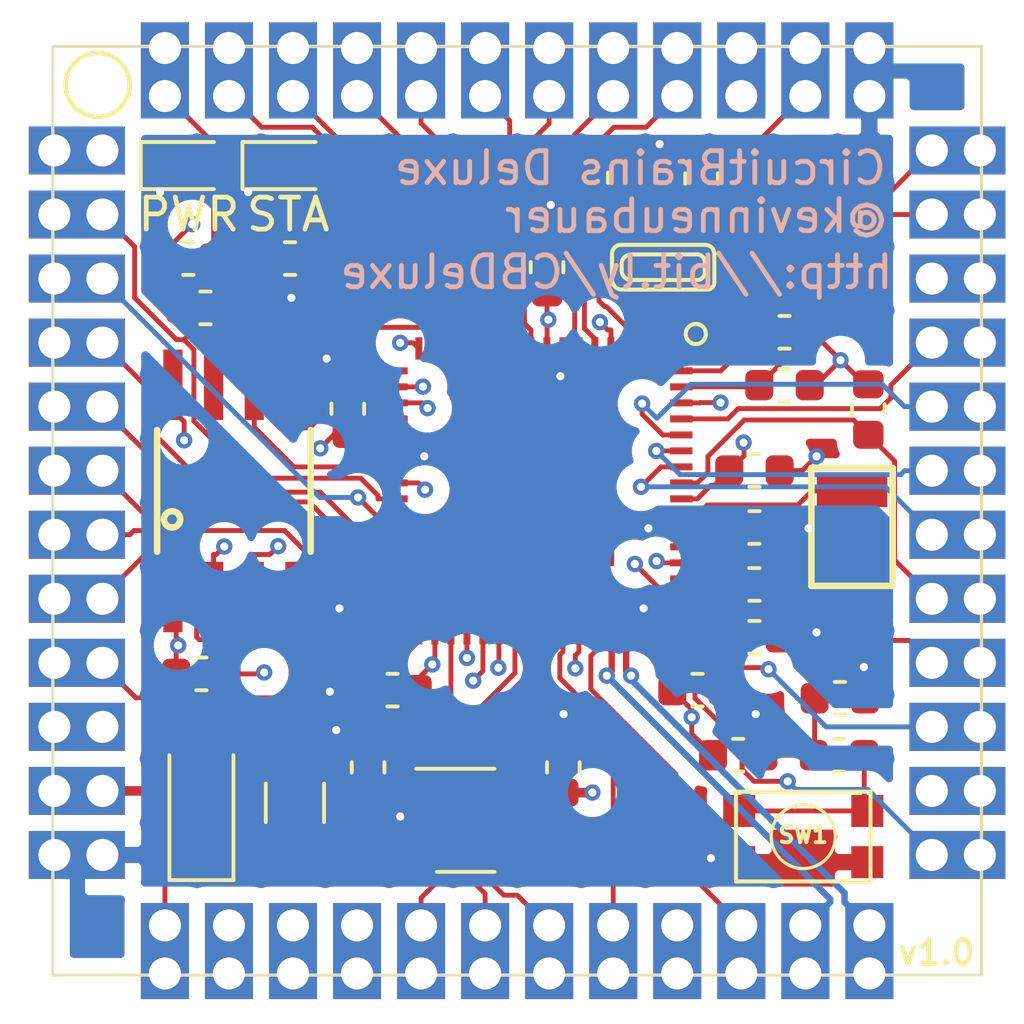
<source format=kicad_pcb>
(kicad_pcb (version 20171130) (host pcbnew "(5.1.4-0-10_14)")
  (layers (0 F.Cu mixed) (1 In1.Cu mixed) (2 In2.Cu power) (31 B.Cu mixed) (34 B.Paste user) (35 F.Paste user) (36 B.SilkS user) (37 F.SilkS user) (38 B.Mask user) (39 F.Mask user) (44 Edge.Cuts user))
  (net 0 "")
  (net 1 GND)
  (net 2 "Net-(C1-Pad2)")
  (net 3 "Net-(C2-Pad2)")
  (net 4 /RESET)
  (net 5 "Net-(C4-Pad1)")
  (net 6 +3V3)
  (net 7 "Net-(C6-Pad1)")
  (net 8 "Net-(D1-Pad1)")
  (net 9 VIN)
  (net 10 /SWO)
  (net 11 /SWCLK)
  (net 12 /SWDIO)
  (net 13 "Net-(L1-PadP$2)")
  (net 14 "Net-(LED1-Pad2)")
  (net 15 "Net-(LED2-Pad2)")
  (net 16 /FLASH_CS)
  (net 17 "Net-(R3-Pad2)")
  (net 18 /SCL)
  (net 19 /SDA)
  (net 20 /D13_LED)
  (net 21 /FLASH_IO1)
  (net 22 /FLASH_IO2)
  (net 23 /FLASH_IO0)
  (net 24 /FLASH_SCK)
  (net 25 /FLASH_IO3)
  (net 26 "Net-(U2-Pad4)")
  (net 27 /A0)
  (net 28 /A1)
  (net 29 /A11)
  (net 30 /A10)
  (net 31 /A9)
  (net 32 /A8)
  (net 33 /A7)
  (net 34 /A6)
  (net 35 /A2)
  (net 36 /A3)
  (net 37 /A4)
  (net 38 /A5)
  (net 39 /D17)
  (net 40 /D16)
  (net 41 /D15)
  (net 42 /D14)
  (net 43 /MOSI)
  (net 44 /SCK)
  (net 45 /MISO)
  (net 46 /D2)
  (net 47 /D3)
  (net 48 /D4)
  (net 49 /D5)
  (net 50 /D6)
  (net 51 /D12)
  (net 52 /D7)
  (net 53 /D8)
  (net 54 /D1_TX)
  (net 55 /D0_RX)
  (net 56 /D-)
  (net 57 /D+)
  (net 58 /D11)
  (net 59 /D10)
  (net 60 /D18)
  (net 61 /D9)
  (net 62 /A13)
  (net 63 /A12)
  (module Capacitor_SMD:C_0603_1608Metric (layer F.Cu) (at 102.997 90.551 270)
    (fp_text reference C1 hide)
    (fp_text value 13pF hide)
    (pad 1 smd roundrect (at -0.7875 0 270) (size 0.875 0.95) (layers F.Cu F.Paste F.Mask) (net 1 GND))
    (pad 2 smd roundrect (at 0.7875 0 270) (size 0.875 0.95) (layers F.Cu F.Paste F.Mask) (net 2 "Net-(C1-Pad2)"))
  )
  (module Capacitor_SMD:C_0603_1608Metric (layer F.Cu) (at 105.41 90.5765 270)
    (fp_text reference C2 hide)
    (fp_text value 13pF hide)
    (pad 2 smd roundrect (at 0.7875 0 270) (size 0.875 0.95) (layers F.Cu F.Paste F.Mask) (net 3 "Net-(C2-Pad2)"))
    (pad 1 smd roundrect (at -0.7875 0 270) (size 0.875 0.95) (layers F.Cu F.Paste F.Mask) (net 1 GND))
  )
  (module Capacitor_SMD:C_0603_1608Metric (layer F.Cu) (at 109.728 106.807)
    (fp_text reference C3 hide)
    (fp_text value 0.1uF hide)
    (pad 1 smd roundrect (at -0.7875 0) (size 0.875 0.95) (layers F.Cu F.Paste F.Mask) (net 4 /RESET))
    (pad 2 smd roundrect (at 0.7875 0) (size 0.875 0.95) (layers F.Cu F.Paste F.Mask) (net 1 GND))
  )
  (module Capacitor_SMD:C_0603_1608Metric (layer F.Cu) (at 94.996 108.966 90)
    (fp_text reference C4 hide)
    (fp_text value 1uF hide)
    (pad 2 smd roundrect (at 0.7875 0 90) (size 0.875 0.95) (layers F.Cu F.Paste F.Mask) (net 1 GND))
    (pad 1 smd roundrect (at -0.7875 0 90) (size 0.875 0.95) (layers F.Cu F.Paste F.Mask) (net 5 "Net-(C4-Pad1)"))
  )
  (module Capacitor_SMD:C_0603_1608Metric (layer F.Cu) (at 89.916 94.615)
    (fp_text reference C5 hide)
    (fp_text value 0.1uF hide)
    (pad 2 smd roundrect (at 0.7875 0) (size 0.875 0.95) (layers F.Cu F.Paste F.Mask) (net 1 GND))
    (pad 1 smd roundrect (at -0.7875 0) (size 0.875 0.95) (layers F.Cu F.Paste F.Mask) (net 6 +3V3))
  )
  (module Capacitor_SMD:C_0603_1608Metric (layer F.Cu) (at 107.061 104.902)
    (fp_text reference C6 hide)
    (fp_text value 0.1uF hide)
    (pad 1 smd roundrect (at -0.7875 0) (size 0.875 0.95) (layers F.Cu F.Paste F.Mask) (net 7 "Net-(C6-Pad1)"))
    (pad 2 smd roundrect (at 0.7875 0) (size 0.875 0.95) (layers F.Cu F.Paste F.Mask) (net 1 GND))
  )
  (module Capacitor_SMD:C_0603_1608Metric (layer F.Cu) (at 101.092 108.966 90)
    (fp_text reference C7 hide)
    (fp_text value 1uF hide)
    (pad 1 smd roundrect (at -0.7875 0 90) (size 0.875 0.95) (layers F.Cu F.Paste F.Mask) (net 6 +3V3))
    (pad 2 smd roundrect (at 0.7875 0 90) (size 0.875 0.95) (layers F.Cu F.Paste F.Mask) (net 1 GND))
  )
  (module Capacitor_SMD:C_0603_1608Metric (layer F.Cu) (at 107.061 103.251)
    (fp_text reference C8 hide)
    (fp_text value 1uF hide)
    (pad 2 smd roundrect (at 0.7875 0) (size 0.875 0.95) (layers F.Cu F.Paste F.Mask) (net 1 GND))
    (pad 1 smd roundrect (at -0.7875 0) (size 0.875 0.95) (layers F.Cu F.Paste F.Mask) (net 7 "Net-(C6-Pad1)"))
  )
  (module Capacitor_SMD:C_0603_1608Metric (layer F.Cu) (at 107.061 101.473)
    (fp_text reference C9 hide)
    (fp_text value 10uF hide)
    (pad 1 smd roundrect (at -0.7875 0) (size 0.875 0.95) (layers F.Cu F.Paste F.Mask) (net 7 "Net-(C6-Pad1)"))
    (pad 2 smd roundrect (at 0.7875 0) (size 0.875 0.95) (layers F.Cu F.Paste F.Mask) (net 1 GND))
  )
  (module Capacitor_SMD:C_0603_1608Metric (layer F.Cu) (at 100.584 93.345 90)
    (fp_text reference C10 hide)
    (fp_text value 0.1uF hide)
    (pad 2 smd roundrect (at 0.7875 0 90) (size 0.875 0.95) (layers F.Cu F.Paste F.Mask) (net 1 GND))
    (pad 1 smd roundrect (at -0.7875 0 90) (size 0.875 0.95) (layers F.Cu F.Paste F.Mask) (net 6 +3V3))
  )
  (module Capacitor_SMD:C_0603_1608Metric (layer F.Cu) (at 94.361 97.7645 270)
    (fp_text reference C11 hide)
    (fp_text value 0.1uF hide)
    (pad 2 smd roundrect (at 0.7875 0 270) (size 0.875 0.95) (layers F.Cu F.Paste F.Mask) (net 6 +3V3))
    (pad 1 smd roundrect (at -0.7875 0 270) (size 0.875 0.95) (layers F.Cu F.Paste F.Mask) (net 1 GND))
  )
  (module Capacitor_SMD:C_0603_1608Metric (layer F.Cu) (at 105.283 106.553)
    (fp_text reference C12 hide)
    (fp_text value 0.1uF hide)
    (pad 2 smd roundrect (at 0.7875 0) (size 0.875 0.95) (layers F.Cu F.Paste F.Mask) (net 1 GND))
    (pad 1 smd roundrect (at -0.7875 0) (size 0.875 0.95) (layers F.Cu F.Paste F.Mask) (net 6 +3V3))
  )
  (module Capacitor_SMD:C_0603_1608Metric (layer F.Cu) (at 95.758 106.553)
    (fp_text reference C13 hide)
    (fp_text value 0.1uF hide)
    (pad 1 smd roundrect (at -0.7875 0) (size 0.875 0.95) (layers F.Cu F.Paste F.Mask) (net 1 GND))
    (pad 2 smd roundrect (at 0.7875 0) (size 0.875 0.95) (layers F.Cu F.Paste F.Mask) (net 6 +3V3))
  )
  (module Capacitor_SMD:C_0603_1608Metric (layer F.Cu) (at 107.061 99.695)
    (fp_text reference C14 hide)
    (fp_text value 0.1uF hide)
    (pad 1 smd roundrect (at -0.7875 0) (size 0.875 0.95) (layers F.Cu F.Paste F.Mask) (net 6 +3V3))
    (pad 2 smd roundrect (at 0.7875 0) (size 0.875 0.95) (layers F.Cu F.Paste F.Mask) (net 1 GND))
  )
  (module Diode_SMD:D_SOD-123 (layer F.Cu) (at 89.79 110.235 90)
    (fp_text reference D1 hide)
    (fp_text value MBR120 hide)
    (pad 1 smd rect (at -1.65 0 90) (size 0.9 1.2) (layers F.Cu F.Paste F.Mask) (net 8 "Net-(D1-Pad1)"))
    (pad 2 smd rect (at 1.65 0 90) (size 0.9 1.2) (layers F.Cu F.Paste F.Mask) (net 9 VIN))
  )
  (module Fuse:Fuse_1206_3216Metric_Pad1.42x1.75mm_HandSolder (layer F.Cu) (at 92.71 110.072 90)
    (fp_text reference F1 hide)
    (fp_text value 5V-500mA hide)
    (pad 1 smd roundrect (at -1.4875 0 90) (size 1.425 1.75) (layers F.Cu F.Paste F.Mask) (roundrect_rratio 0.175439) (net 8 "Net-(D1-Pad1)"))
    (pad 2 smd roundrect (at 1.4875 0 90) (size 1.425 1.75) (layers F.Cu F.Paste F.Mask) (roundrect_rratio 0.175439) (net 5 "Net-(C4-Pad1)"))
  )
  (module Fiducial:Fiducial_0.5mm_Mask1.5mm (layer F.Cu) (at 101.219 111.887)
    (fp_text reference FID1 hide)
    (fp_text value Fiducial hide)
    (pad "" smd circle (at 0 0) (size 0.5 0.5) (layers F.Cu F.Mask) (clearance 0.5))
  )
  (module Kevin-Power:Inductor_1007 (layer F.Cu) (at 110.109 101.455 90)
    (fp_text reference L1 hide)
    (fp_text value 10uH hide)
    (pad P$1 smd rect (at -1.12522 0 90) (size 1.016 2.19964) (layers F.Cu F.Paste F.Mask) (net 7 "Net-(C6-Pad1)"))
    (pad P$2 smd rect (at 1.12522 0 90) (size 1.016 2.19964) (layers F.Cu F.Paste F.Mask) (net 13 "Net-(L1-PadP$2)"))
  )
  (module LED_SMD:LED_0603_1608Metric (layer F.Cu) (at 89.3825 90.17)
    (fp_text reference LED1 hide)
    (fp_text value GREEN hide)
    (pad 2 smd roundrect (at 0.7875 0) (size 0.875 0.95) (layers F.Cu F.Paste F.Mask) (net 14 "Net-(LED1-Pad2)"))
    (pad 1 smd roundrect (at -0.7875 0) (size 0.875 0.95) (layers F.Cu F.Paste F.Mask) (net 1 GND))
  )
  (module LED_SMD:LED_0603_1608Metric (layer F.Cu) (at 92.5575 90.17)
    (fp_text reference LED2 hide)
    (fp_text value RED hide)
    (pad 1 smd roundrect (at -0.7875 0) (size 0.875 0.95) (layers F.Cu F.Paste F.Mask) (net 1 GND))
    (pad 2 smd roundrect (at 0.7875 0) (size 0.875 0.95) (layers F.Cu F.Paste F.Mask) (net 15 "Net-(LED2-Pad2)"))
  )
  (module Resistor_SMD:R_0603_1608Metric (layer F.Cu) (at 89.789 106.045 180)
    (fp_text reference R1 hide)
    (fp_text value 10K hide)
    (pad 2 smd roundrect (at 0.7875 0 180) (size 0.875 0.95) (layers F.Cu F.Paste F.Mask) (net 16 /FLASH_CS))
    (pad 1 smd roundrect (at -0.7875 0 180) (size 0.875 0.95) (layers F.Cu F.Paste F.Mask) (net 6 +3V3))
  )
  (module Resistor_SMD:R_0603_1608Metric (layer F.Cu) (at 106.553 108.585)
    (fp_text reference R2 hide)
    (fp_text value 10K hide)
    (pad 1 smd roundrect (at -0.7875 0) (size 0.875 0.95) (layers F.Cu F.Paste F.Mask) (net 6 +3V3))
    (pad 2 smd roundrect (at 0.7875 0) (size 0.875 0.95) (layers F.Cu F.Paste F.Mask) (net 4 /RESET))
  )
  (module Resistor_SMD:R_0603_1608Metric (layer F.Cu) (at 109.702 108.585)
    (fp_text reference R3 hide)
    (fp_text value 330 hide)
    (pad 1 smd roundrect (at -0.7875 0) (size 0.875 0.95) (layers F.Cu F.Paste F.Mask) (net 4 /RESET))
    (pad 2 smd roundrect (at 0.7875 0) (size 0.875 0.95) (layers F.Cu F.Paste F.Mask) (net 17 "Net-(R3-Pad2)"))
  )
  (module Resistor_SMD:R_0603_1608Metric (layer F.Cu) (at 108 95.377 180)
    (fp_text reference R4 hide)
    (fp_text value 10K hide)
    (pad 1 smd roundrect (at -0.7875 0 180) (size 0.875 0.95) (layers F.Cu F.Paste F.Mask) (net 6 +3V3))
    (pad 2 smd roundrect (at 0.7875 0 180) (size 0.875 0.95) (layers F.Cu F.Paste F.Mask) (net 18 /SCL))
  )
  (module Resistor_SMD:R_0603_1608Metric (layer F.Cu) (at 110.617 97.79 270)
    (fp_text reference R5 hide)
    (fp_text value 1K hide)
    (pad 1 smd roundrect (at -0.7875 0 270) (size 0.875 0.95) (layers F.Cu F.Paste F.Mask) (net 6 +3V3))
    (pad 2 smd roundrect (at 0.7875 0 270) (size 0.875 0.95) (layers F.Cu F.Paste F.Mask) (net 11 /SWCLK))
  )
  (module Resistor_SMD:R_0603_1608Metric (layer F.Cu) (at 108 97.028 180)
    (fp_text reference R6 hide)
    (fp_text value 10K hide)
    (pad 1 smd roundrect (at -0.7875 0 180) (size 0.875 0.95) (layers F.Cu F.Paste F.Mask) (net 6 +3V3))
    (pad 2 smd roundrect (at 0.7875 0 180) (size 0.875 0.95) (layers F.Cu F.Paste F.Mask) (net 19 /SDA))
  )
  (module Resistor_SMD:R_0603_1608Metric (layer F.Cu) (at 89.3825 93.075)
    (fp_text reference R7 hide)
    (fp_text value 1K hide)
    (pad 2 smd roundrect (at 0.7875 0) (size 0.875 0.95) (layers F.Cu F.Paste F.Mask) (net 14 "Net-(LED1-Pad2)"))
    (pad 1 smd roundrect (at -0.7875 0) (size 0.875 0.95) (layers F.Cu F.Paste F.Mask) (net 6 +3V3))
  )
  (module Resistor_SMD:R_0603_1608Metric (layer F.Cu) (at 92.5575 93.075)
    (fp_text reference R8 hide)
    (fp_text value 1K hide)
    (pad 2 smd roundrect (at 0.7875 0) (size 0.875 0.95) (layers F.Cu F.Paste F.Mask) (net 15 "Net-(LED2-Pad2)"))
    (pad 1 smd roundrect (at -0.7875 0) (size 0.875 0.95) (layers F.Cu F.Paste F.Mask) (net 20 /D13_LED))
  )
  (module Kevin-Switches:KMR231 (layer F.Cu) (at 108.585 111.125)
    (fp_text reference SW1 (at 0 -0.05) (layer F.SilkS) (effects (font (size 0.50038 0.50038) (thickness 0.11938))))
    (fp_text value KMR231 hide)
    (pad 1 smd rect (at 2 -0.8) (size 1 1) (layers F.Cu F.Paste F.Mask) (net 17 "Net-(R3-Pad2)"))
    (pad 2 smd rect (at -2 0.8) (size 1 1) (layers F.Cu F.Paste F.Mask) (net 1 GND))
    (pad 2 smd rect (at 2 0.8) (size 1 1) (layers F.Cu F.Paste F.Mask) (net 1 GND))
    (pad 1 smd rect (at -2 -0.8) (size 1 1) (layers F.Cu F.Paste F.Mask) (net 17 "Net-(R3-Pad2)"))
  )
  (module Kevin-SOIC:SOIC8_208MIL (layer F.Cu) (at 90.805 100.33)
    (fp_text reference U1 hide)
    (fp_text value W25Q64JVSSIQ hide)
    (pad 1 smd rect (at -1.905 3.3147) (size 0.59944 2.19964) (layers F.Cu F.Paste F.Mask) (net 16 /FLASH_CS))
    (pad 2 smd rect (at -0.635 3.3147) (size 0.59944 2.19964) (layers F.Cu F.Paste F.Mask) (net 21 /FLASH_IO1))
    (pad 3 smd rect (at 0.635 3.3147) (size 0.59944 2.19964) (layers F.Cu F.Paste F.Mask) (net 22 /FLASH_IO2))
    (pad 4 smd rect (at 1.905 3.3147) (size 0.59944 2.19964) (layers F.Cu F.Paste F.Mask) (net 1 GND))
    (pad 5 smd rect (at 1.905 -3.3147) (size 0.59944 2.19964) (layers F.Cu F.Paste F.Mask) (net 23 /FLASH_IO0))
    (pad 6 smd rect (at 0.635 -3.3147) (size 0.59944 2.19964) (layers F.Cu F.Paste F.Mask) (net 24 /FLASH_SCK))
    (pad 7 smd rect (at -0.635 -3.3147) (size 0.59944 2.19964) (layers F.Cu F.Paste F.Mask) (net 25 /FLASH_IO3))
    (pad 8 smd rect (at -1.905 -3.3147) (size 0.59944 2.19964) (layers F.Cu F.Paste F.Mask) (net 6 +3V3))
  )
  (module Package_TO_SOT_SMD:SOT-23-5 (layer F.Cu) (at 98.044 110.617)
    (fp_text reference U2 hide)
    (fp_text value AP2112K-3.3 hide)
    (pad 1 smd rect (at -1.1 -0.95) (size 1.06 0.65) (layers F.Cu F.Paste F.Mask) (net 5 "Net-(C4-Pad1)"))
    (pad 2 smd rect (at -1.1 0) (size 1.06 0.65) (layers F.Cu F.Paste F.Mask) (net 1 GND))
    (pad 3 smd rect (at -1.1 0.95) (size 1.06 0.65) (layers F.Cu F.Paste F.Mask) (net 5 "Net-(C4-Pad1)"))
    (pad 4 smd rect (at 1.1 0.95) (size 1.06 0.65) (layers F.Cu F.Paste F.Mask) (net 26 "Net-(U2-Pad4)"))
    (pad 5 smd rect (at 1.1 -0.95) (size 1.06 0.65) (layers F.Cu F.Paste F.Mask) (net 6 +3V3))
  )
  (module Kevin-QFN:QFN64 (layer F.Cu) (at 100.33 100.33 270)
    (fp_text reference U3 hide)
    (fp_text value ATSAMD51J19A-MU hide)
    (pad 1 smd rect (at -4.44754 -3.74904 270) (size 0.6985 0.21844) (layers F.Cu F.Paste F.Mask) (net 3 "Net-(C2-Pad2)"))
    (pad 2 smd rect (at -4.44754 -3.24866 270) (size 0.6985 0.21844) (layers F.Cu F.Paste F.Mask) (net 2 "Net-(C1-Pad2)"))
    (pad 3 smd rect (at -4.44754 -2.74828 270) (size 0.6985 0.21844) (layers F.Cu F.Paste F.Mask) (net 27 /A0))
    (pad 4 smd rect (at -4.44754 -2.2479 270) (size 0.6985 0.21844) (layers F.Cu F.Paste F.Mask) (net 28 /A1))
    (pad 5 smd rect (at -4.44754 -1.74752 270) (size 0.6985 0.21844) (layers F.Cu F.Paste F.Mask) (net 29 /A11))
    (pad 6 smd rect (at -4.44754 -1.24968 270) (size 0.6985 0.21844) (layers F.Cu F.Paste F.Mask) (net 30 /A10))
    (pad 7 smd rect (at -4.44754 -0.7493 270) (size 0.6985 0.21844) (layers F.Cu F.Paste F.Mask) (net 1 GND))
    (pad 8 smd rect (at -4.44754 -0.24892 270) (size 0.6985 0.21844) (layers F.Cu F.Paste F.Mask) (net 6 +3V3))
    (pad 9 smd rect (at -4.44754 0.24892 270) (size 0.6985 0.21844) (layers F.Cu F.Paste F.Mask) (net 31 /A9))
    (pad 10 smd rect (at -4.44754 0.7493 270) (size 0.6985 0.21844) (layers F.Cu F.Paste F.Mask) (net 32 /A8))
    (pad 11 smd rect (at -4.44754 1.24968 270) (size 0.6985 0.21844) (layers F.Cu F.Paste F.Mask) (net 33 /A7))
    (pad 12 smd rect (at -4.44754 1.74752 270) (size 0.6985 0.21844) (layers F.Cu F.Paste F.Mask) (net 34 /A6))
    (pad 13 smd rect (at -4.44754 2.2479 270) (size 0.6985 0.21844) (layers F.Cu F.Paste F.Mask) (net 35 /A2))
    (pad 14 smd rect (at -4.44754 2.74828 270) (size 0.6985 0.21844) (layers F.Cu F.Paste F.Mask) (net 36 /A3))
    (pad 15 smd rect (at -4.44754 3.24866 270) (size 0.6985 0.21844) (layers F.Cu F.Paste F.Mask) (net 37 /A4))
    (pad 16 smd rect (at -4.44754 3.74904 270) (size 0.6985 0.21844) (layers F.Cu F.Paste F.Mask) (net 38 /A5))
    (pad 17 smd rect (at -3.74904 4.44754) (size 0.6985 0.21844) (layers F.Cu F.Paste F.Mask) (net 23 /FLASH_IO0))
    (pad 18 smd rect (at -3.24866 4.44754) (size 0.6985 0.21844) (layers F.Cu F.Paste F.Mask) (net 21 /FLASH_IO1))
    (pad 19 smd rect (at -2.74828 4.44754) (size 0.6985 0.21844) (layers F.Cu F.Paste F.Mask) (net 22 /FLASH_IO2))
    (pad 20 smd rect (at -2.2479 4.44754) (size 0.6985 0.21844) (layers F.Cu F.Paste F.Mask) (net 25 /FLASH_IO3))
    (pad 21 smd rect (at -1.74752 4.44754) (size 0.6985 0.21844) (layers F.Cu F.Paste F.Mask) (net 6 +3V3))
    (pad 22 smd rect (at -1.24968 4.44754) (size 0.6985 0.21844) (layers F.Cu F.Paste F.Mask) (net 1 GND))
    (pad 23 smd rect (at -0.7493 4.44754) (size 0.6985 0.21844) (layers F.Cu F.Paste F.Mask) (net 24 /FLASH_SCK))
    (pad 24 smd rect (at -0.24892 4.44754) (size 0.6985 0.21844) (layers F.Cu F.Paste F.Mask) (net 16 /FLASH_CS))
    (pad 25 smd rect (at 0.24892 4.44754) (size 0.6985 0.21844) (layers F.Cu F.Paste F.Mask) (net 20 /D13_LED))
    (pad 26 smd rect (at 0.7493 4.44754) (size 0.6985 0.21844) (layers F.Cu F.Paste F.Mask) (net 42 /D14))
    (pad 27 smd rect (at 1.24968 4.44754) (size 0.6985 0.21844) (layers F.Cu F.Paste F.Mask) (net 41 /D15))
    (pad 28 smd rect (at 1.74752 4.44754) (size 0.6985 0.21844) (layers F.Cu F.Paste F.Mask) (net 40 /D16))
    (pad 29 smd rect (at 2.2479 4.44754) (size 0.6985 0.21844) (layers F.Cu F.Paste F.Mask) (net 43 /MOSI))
    (pad 30 smd rect (at 2.74828 4.44754) (size 0.6985 0.21844) (layers F.Cu F.Paste F.Mask) (net 44 /SCK))
    (pad 31 smd rect (at 3.24866 4.44754) (size 0.6985 0.21844) (layers F.Cu F.Paste F.Mask) (net 45 /MISO))
    (pad 32 smd rect (at 3.74904 4.44754) (size 0.6985 0.21844) (layers F.Cu F.Paste F.Mask) (net 39 /D17))
    (pad 33 smd rect (at 4.44754 3.74904 90) (size 0.6985 0.21844) (layers F.Cu F.Paste F.Mask) (net 1 GND))
    (pad 34 smd rect (at 4.44754 3.24866 90) (size 0.6985 0.21844) (layers F.Cu F.Paste F.Mask) (net 6 +3V3))
    (pad 35 smd rect (at 4.44754 2.74828 90) (size 0.6985 0.21844) (layers F.Cu F.Paste F.Mask) (net 46 /D2))
    (pad 36 smd rect (at 4.44754 2.2479 90) (size 0.6985 0.21844) (layers F.Cu F.Paste F.Mask) (net 47 /D3))
    (pad 37 smd rect (at 4.44754 1.74752 90) (size 0.6985 0.21844) (layers F.Cu F.Paste F.Mask) (net 48 /D4))
    (pad 38 smd rect (at 4.44754 1.24968 90) (size 0.6985 0.21844) (layers F.Cu F.Paste F.Mask) (net 49 /D5))
    (pad 39 smd rect (at 4.44754 0.7493 90) (size 0.6985 0.21844) (layers F.Cu F.Paste F.Mask) (net 50 /D6))
    (pad 40 smd rect (at 4.44754 0.24892 90) (size 0.6985 0.21844) (layers F.Cu F.Paste F.Mask) (net 52 /D7))
    (pad 41 smd rect (at 4.44754 -0.24892 90) (size 0.6985 0.21844) (layers F.Cu F.Paste F.Mask) (net 53 /D8))
    (pad 42 smd rect (at 4.44754 -0.7493 90) (size 0.6985 0.21844) (layers F.Cu F.Paste F.Mask) (net 61 /D9))
    (pad 43 smd rect (at 4.44754 -1.24968 90) (size 0.6985 0.21844) (layers F.Cu F.Paste F.Mask) (net 54 /D1_TX))
    (pad 44 smd rect (at 4.44754 -1.74752 90) (size 0.6985 0.21844) (layers F.Cu F.Paste F.Mask) (net 55 /D0_RX))
    (pad 45 smd rect (at 4.44754 -2.2479 90) (size 0.6985 0.21844) (layers F.Cu F.Paste F.Mask) (net 56 /D-))
    (pad 46 smd rect (at 4.44754 -2.74828 90) (size 0.6985 0.21844) (layers F.Cu F.Paste F.Mask) (net 57 /D+))
    (pad 47 smd rect (at 4.44754 -3.24866 90) (size 0.6985 0.21844) (layers F.Cu F.Paste F.Mask) (net 1 GND))
    (pad 48 smd rect (at 4.44754 -3.74904 90) (size 0.6985 0.21844) (layers F.Cu F.Paste F.Mask) (net 6 +3V3))
    (pad 49 smd rect (at 3.74904 -4.44754 180) (size 0.6985 0.21844) (layers F.Cu F.Paste F.Mask) (net 59 /D10))
    (pad 50 smd rect (at 3.24866 -4.44754 180) (size 0.6985 0.21844) (layers F.Cu F.Paste F.Mask) (net 58 /D11))
    (pad 51 smd rect (at 2.74828 -4.44754 180) (size 0.6985 0.21844) (layers F.Cu F.Paste F.Mask) (net 51 /D12))
    (pad 52 smd rect (at 2.2479 -4.44754 180) (size 0.6985 0.21844) (layers F.Cu F.Paste F.Mask) (net 4 /RESET))
    (pad 53 smd rect (at 1.74752 -4.44754 180) (size 0.6985 0.21844) (layers F.Cu F.Paste F.Mask) (net 7 "Net-(C6-Pad1)"))
    (pad 54 smd rect (at 1.24968 -4.44754 180) (size 0.6985 0.21844) (layers F.Cu F.Paste F.Mask) (net 1 GND))
    (pad 55 smd rect (at 0.7493 -4.44754 180) (size 0.6985 0.21844) (layers F.Cu F.Paste F.Mask) (net 13 "Net-(L1-PadP$2)"))
    (pad 56 smd rect (at 0.24892 -4.44754 180) (size 0.6985 0.21844) (layers F.Cu F.Paste F.Mask) (net 6 +3V3))
    (pad 57 smd rect (at -0.24892 -4.44754 180) (size 0.6985 0.21844) (layers F.Cu F.Paste F.Mask) (net 11 /SWCLK))
    (pad 58 smd rect (at -0.7493 -4.44754 180) (size 0.6985 0.21844) (layers F.Cu F.Paste F.Mask) (net 12 /SWDIO))
    (pad 59 smd rect (at -1.24968 -4.44754 180) (size 0.6985 0.21844) (layers F.Cu F.Paste F.Mask) (net 10 /SWO))
    (pad 60 smd rect (at -1.74752 -4.44754 180) (size 0.6985 0.21844) (layers F.Cu F.Paste F.Mask) (net 60 /D18))
    (pad 61 smd rect (at -2.2479 -4.44754 180) (size 0.6985 0.21844) (layers F.Cu F.Paste F.Mask) (net 62 /A13))
    (pad 62 smd rect (at -2.74828 -4.44754 180) (size 0.6985 0.21844) (layers F.Cu F.Paste F.Mask) (net 63 /A12))
    (pad 63 smd rect (at -3.24866 -4.44754 180) (size 0.6985 0.21844) (layers F.Cu F.Paste F.Mask) (net 19 /SDA))
    (pad 64 smd rect (at -3.74904 -4.44754 180) (size 0.6985 0.21844) (layers F.Cu F.Paste F.Mask) (net 18 /SCL))
    (pad GND smd rect (at 0 0 270) (size 4.699 4.699) (layers F.Cu F.Paste F.Mask))
  )
  (module Kevin-Misc:XTAL3.2x1.5 (layer F.Cu) (at 104.211 93.345 180)
    (fp_text reference Y1 hide)
    (fp_text value "FC-135 32.7680KA-A5" hide)
    (pad P$1 smd rect (at 1.19888 0 180) (size 1.09982 1.89992) (layers F.Cu F.Paste F.Mask) (net 2 "Net-(C1-Pad2)"))
    (pad P$2 smd rect (at -1.19888 0) (size 1.09982 1.89992) (layers F.Cu F.Paste F.Mask) (net 3 "Net-(C2-Pad2)"))
  )
  (module Kevin-Connectors:48SOM_29MMx29MM (layer F.Cu) (at 85.15 86.45)
    (fp_text reference U4 hide)
    (fp_text value 48SOM hide)
    (pad 46 smd rect (at 7.5 0.75 270) (size 3 1.5) (layers F.Cu F.Mask) (net 35 /A2))
    (pad 47 smd rect (at 5.5 0.75 270) (size 3 1.5) (layers F.Cu F.Mask) (net 36 /A3))
    (pad 45 smd rect (at 9.5 0.75 270) (size 3 1.5) (layers F.Cu F.Mask) (net 34 /A6))
    (pad 48 smd rect (at 3.5 0.75 270) (size 3 1.5) (layers F.Cu F.Mask) (net 37 /A4))
    (pad 44 smd rect (at 11.5 0.75 270) (size 3 1.5) (layers F.Cu F.Mask) (net 33 /A7))
    (pad 43 smd rect (at 13.5 0.75 270) (size 3 1.5) (layers F.Cu F.Mask) (net 32 /A8))
    (pad 42 smd rect (at 15.5 0.75 270) (size 3 1.5) (layers F.Cu F.Mask) (net 31 /A9))
    (pad 41 smd rect (at 17.5 0.75 270) (size 3 1.5) (layers F.Cu F.Mask) (net 30 /A10))
    (pad 40 smd rect (at 19.5 0.75 270) (size 3 1.5) (layers F.Cu F.Mask) (net 29 /A11))
    (pad 39 smd rect (at 21.5 0.75 270) (size 3 1.5) (layers F.Cu F.Mask) (net 28 /A1))
    (pad 38 smd rect (at 23.5 0.75 270) (size 3 1.5) (layers F.Cu F.Mask) (net 27 /A0))
    (pad 37 smd rect (at 25.5 0.75 270) (size 3 1.5) (layers F.Cu F.Mask) (net 1 GND))
    (pad 48 smd rect (at 3.5 0.75 270) (size 3 1.5) (layers B.Cu B.Mask) (net 37 /A4))
    (pad 47 smd rect (at 5.5 0.75 270) (size 3 1.5) (layers B.Cu B.Mask) (net 36 /A3))
    (pad 46 smd rect (at 7.5 0.75 270) (size 3 1.5) (layers B.Cu B.Mask) (net 35 /A2))
    (pad 45 smd rect (at 9.5 0.75 270) (size 3 1.5) (layers B.Cu B.Mask) (net 34 /A6))
    (pad 44 smd rect (at 11.5 0.75 270) (size 3 1.5) (layers B.Cu B.Mask) (net 33 /A7))
    (pad 43 smd rect (at 13.5 0.75 270) (size 3 1.5) (layers B.Cu B.Mask) (net 32 /A8))
    (pad 42 smd rect (at 15.5 0.75 270) (size 3 1.5) (layers B.Cu B.Mask) (net 31 /A9))
    (pad 41 smd rect (at 17.5 0.75 270) (size 3 1.5) (layers B.Cu B.Mask) (net 30 /A10))
    (pad 40 smd rect (at 19.5 0.75 270) (size 3 1.5) (layers B.Cu B.Mask) (net 29 /A11))
    (pad 39 smd rect (at 21.5 0.75 270) (size 3 1.5) (layers B.Cu B.Mask) (net 28 /A1))
    (pad 38 smd rect (at 23.5 0.75 270) (size 3 1.5) (layers B.Cu B.Mask) (net 27 /A0))
    (pad 37 smd rect (at 25.5 0.75 270) (size 3 1.5) (layers B.Cu B.Mask) (net 1 GND))
    (pad 13 smd rect (at 3.5 28.25 270) (size 3 1.5) (layers B.Cu B.Mask) (net 46 /D2))
    (pad 14 smd rect (at 5.5 28.25 270) (size 3 1.5) (layers B.Cu B.Mask) (net 47 /D3))
    (pad 15 smd rect (at 7.5 28.25 270) (size 3 1.5) (layers B.Cu B.Mask) (net 48 /D4))
    (pad 16 smd rect (at 9.5 28.25 270) (size 3 1.5) (layers B.Cu B.Mask) (net 49 /D5))
    (pad 17 smd rect (at 11.5 28.25 270) (size 3 1.5) (layers B.Cu B.Mask) (net 50 /D6))
    (pad 18 smd rect (at 13.5 28.25 270) (size 3 1.5) (layers B.Cu B.Mask) (net 52 /D7))
    (pad 19 smd rect (at 15.5 28.25 270) (size 3 1.5) (layers B.Cu B.Mask) (net 53 /D8))
    (pad 20 smd rect (at 17.5 28.25 270) (size 3 1.5) (layers B.Cu B.Mask) (net 61 /D9))
    (pad 21 smd rect (at 19.5 28.25 270) (size 3 1.5) (layers B.Cu B.Mask) (net 54 /D1_TX))
    (pad 22 smd rect (at 21.5 28.25 270) (size 3 1.5) (layers B.Cu B.Mask) (net 55 /D0_RX))
    (pad 23 smd rect (at 23.5 28.25 270) (size 3 1.5) (layers B.Cu B.Mask) (net 56 /D-))
    (pad 24 smd rect (at 25.5 28.25 270) (size 3 1.5) (layers B.Cu B.Mask) (net 57 /D+))
    (pad 25 smd rect (at 28.25 25.25 180) (size 3 1.5) (layers B.Cu B.Mask) (net 59 /D10))
    (pad 26 smd rect (at 28.25 23.25 180) (size 3 1.5) (layers B.Cu B.Mask) (net 58 /D11))
    (pad 27 smd rect (at 28.25 21.25 180) (size 3 1.5) (layers B.Cu B.Mask) (net 51 /D12))
    (pad 28 smd rect (at 28.25 19.25 180) (size 3 1.5) (layers B.Cu B.Mask) (net 4 /RESET))
    (pad 29 smd rect (at 28.25 17.25 180) (size 3 1.5) (layers B.Cu B.Mask) (net 11 /SWCLK))
    (pad 30 smd rect (at 28.25 15.25 180) (size 3 1.5) (layers B.Cu B.Mask) (net 12 /SWDIO))
    (pad 31 smd rect (at 28.25 13.25 180) (size 3 1.5) (layers B.Cu B.Mask) (net 10 /SWO))
    (pad 32 smd rect (at 28.25 11.25 180) (size 3 1.5) (layers B.Cu B.Mask) (net 60 /D18))
    (pad 33 smd rect (at 28.25 9.25 180) (size 3 1.5) (layers B.Cu B.Mask) (net 62 /A13))
    (pad 34 smd rect (at 28.25 7.25 180) (size 3 1.5) (layers B.Cu B.Mask) (net 63 /A12))
    (pad 35 smd rect (at 28.25 5.25 180) (size 3 1.5) (layers B.Cu B.Mask) (net 19 /SDA))
    (pad 36 smd rect (at 28.25 3.25 180) (size 3 1.5) (layers B.Cu B.Mask) (net 18 /SCL))
    (pad 1 smd rect (at 0.75 3.25) (size 3 1.5) (layers B.Cu B.Mask) (net 38 /A5))
    (pad 2 smd rect (at 0.75 5.25) (size 3 1.5) (layers B.Cu B.Mask) (net 20 /D13_LED))
    (pad 3 smd rect (at 0.75 7.25) (size 3 1.5) (layers B.Cu B.Mask) (net 42 /D14))
    (pad 4 smd rect (at 0.75 9.25) (size 3 1.5) (layers B.Cu B.Mask) (net 41 /D15))
    (pad 5 smd rect (at 0.75 11.25) (size 3 1.5) (layers B.Cu B.Mask) (net 40 /D16))
    (pad 6 smd rect (at 0.75 13.25) (size 3 1.5) (layers B.Cu B.Mask) (net 43 /MOSI))
    (pad 7 smd rect (at 0.75 15.25) (size 3 1.5) (layers B.Cu B.Mask) (net 44 /SCK))
    (pad 8 smd rect (at 0.75 17.25) (size 3 1.5) (layers B.Cu B.Mask) (net 45 /MISO))
    (pad 9 smd rect (at 0.75 19.25) (size 3 1.5) (layers B.Cu B.Mask) (net 39 /D17))
    (pad 10 smd rect (at 0.75 21.25) (size 3 1.5) (layers B.Cu B.Mask) (net 6 +3V3))
    (pad 11 smd rect (at 0.75 23.25) (size 3 1.5) (layers B.Cu B.Mask) (net 9 VIN))
    (pad 12 smd rect (at 0.75 25.25) (size 3 1.5) (layers B.Cu B.Mask) (net 1 GND))
    (pad 25 smd rect (at 28.25 25.25 180) (size 3 1.5) (layers F.Cu F.Mask) (net 59 /D10))
    (pad 26 smd rect (at 28.25 23.25 180) (size 3 1.5) (layers F.Cu F.Mask) (net 58 /D11))
    (pad 27 smd rect (at 28.25 21.25 180) (size 3 1.5) (layers F.Cu F.Mask) (net 51 /D12))
    (pad 28 smd rect (at 28.25 19.25 180) (size 3 1.5) (layers F.Cu F.Mask) (net 4 /RESET))
    (pad 29 smd rect (at 28.25 17.25 180) (size 3 1.5) (layers F.Cu F.Mask) (net 11 /SWCLK))
    (pad 30 smd rect (at 28.25 15.25 180) (size 3 1.5) (layers F.Cu F.Mask) (net 12 /SWDIO))
    (pad 31 smd rect (at 28.25 13.25 180) (size 3 1.5) (layers F.Cu F.Mask) (net 10 /SWO))
    (pad 32 smd rect (at 28.25 11.25 180) (size 3 1.5) (layers F.Cu F.Mask) (net 60 /D18))
    (pad 36 smd rect (at 28.25 3.25 180) (size 3 1.5) (layers F.Cu F.Mask) (net 18 /SCL))
    (pad 33 smd rect (at 28.25 9.25 180) (size 3 1.5) (layers F.Cu F.Mask) (net 62 /A13))
    (pad 35 smd rect (at 28.25 5.25 180) (size 3 1.5) (layers F.Cu F.Mask) (net 19 /SDA))
    (pad 34 smd rect (at 28.25 7.25 180) (size 3 1.5) (layers F.Cu F.Mask) (net 63 /A12))
    (pad 20 smd rect (at 17.5 28.25 270) (size 3 1.5) (layers F.Cu F.Mask) (net 61 /D9))
    (pad 19 smd rect (at 15.5 28.25 270) (size 3 1.5) (layers F.Cu F.Mask) (net 53 /D8))
    (pad 17 smd rect (at 11.5 28.25 270) (size 3 1.5) (layers F.Cu F.Mask) (net 50 /D6))
    (pad 21 smd rect (at 19.5 28.25 270) (size 3 1.5) (layers F.Cu F.Mask) (net 54 /D1_TX))
    (pad 16 smd rect (at 9.5 28.25 270) (size 3 1.5) (layers F.Cu F.Mask) (net 49 /D5))
    (pad 15 smd rect (at 7.5 28.25 270) (size 3 1.5) (layers F.Cu F.Mask) (net 48 /D4))
    (pad 23 smd rect (at 23.5 28.25 270) (size 3 1.5) (layers F.Cu F.Mask) (net 56 /D-))
    (pad 13 smd rect (at 3.5 28.25 270) (size 3 1.5) (layers F.Cu F.Mask) (net 46 /D2))
    (pad 24 smd rect (at 25.5 28.25 270) (size 3 1.5) (layers F.Cu F.Mask) (net 57 /D+))
    (pad 18 smd rect (at 13.5 28.25 270) (size 3 1.5) (layers F.Cu F.Mask) (net 52 /D7))
    (pad 14 smd rect (at 5.5 28.25 270) (size 3 1.5) (layers F.Cu F.Mask) (net 47 /D3))
    (pad 22 smd rect (at 21.5 28.25 270) (size 3 1.5) (layers F.Cu F.Mask) (net 55 /D0_RX))
    (pad 12 smd rect (at 0.75 25.25) (size 3 1.5) (layers F.Cu F.Mask) (net 1 GND))
    (pad 11 smd rect (at 0.75 23.25) (size 3 1.5) (layers F.Cu F.Mask) (net 9 VIN))
    (pad 10 smd rect (at 0.75 21.25) (size 3 1.5) (layers F.Cu F.Mask) (net 6 +3V3))
    (pad 9 smd rect (at 0.75 19.25) (size 3 1.5) (layers F.Cu F.Mask) (net 39 /D17))
    (pad 8 smd rect (at 0.75 17.25) (size 3 1.5) (layers F.Cu F.Mask) (net 45 /MISO))
    (pad 7 smd rect (at 0.75 15.25) (size 3 1.5) (layers F.Cu F.Mask) (net 44 /SCK))
    (pad 6 smd rect (at 0.75 13.25) (size 3 1.5) (layers F.Cu F.Mask) (net 43 /MOSI))
    (pad 5 smd rect (at 0.75 11.25) (size 3 1.5) (layers F.Cu F.Mask) (net 40 /D16))
    (pad 4 smd rect (at 0.75 9.25) (size 3 1.5) (layers F.Cu F.Mask) (net 41 /D15))
    (pad 3 smd rect (at 0.75 7.25) (size 3 1.5) (layers F.Cu F.Mask) (net 42 /D14))
    (pad 2 smd rect (at 0.75 5.25) (size 3 1.5) (layers F.Cu F.Mask) (net 20 /D13_LED))
    (pad 1 smd rect (at 0.75 3.25) (size 3 1.5) (layers F.Cu F.Mask) (net 38 /A5))
  )
  (gr_text http://bit.ly/CBDeluxe (at 102.75 93.5) (layer B.SilkS) (effects (font (size 1 1)) (justify mirror)))
  (gr_text @kevinneubauer (at 105.25 91.75) (layer B.SilkS) (effects (font (size 1 1)) (justify mirror)))
  (gr_text "CircuitBrains Deluxe" (at 103.5 90.25) (layer B.SilkS) (effects (font (size 1 1)) (justify mirror)))
  (gr_text v1.0 (at 112.75 114.75) (layer F.SilkS) (effects (font (size 0.75 0.75))))
  (gr_text STA (at 92.5 91.7) (layer F.SilkS) (effects (font (size 1 1))))
  (gr_text PWR (at 89.4 91.7) (layer F.SilkS) (effects (font (size 1 1))))
  (gr_line (start 114.15 86.45) (end 85.15 86.45) (layer Edge.Cuts) (width 0.05))
  (gr_line (start 114.15 115.45) (end 114.15 86.45) (layer Edge.Cuts) (width 0.05))
  (gr_line (start 85.15 115.45) (end 114.15 115.45) (layer Edge.Cuts) (width 0.05))
  (gr_line (start 85.15 86.45) (end 85.15 115.45) (layer Edge.Cuts) (width 0.05))
  (via (at 88.65 115.4) (size 1.4) (drill 1) (layers F.Cu B.Cu) (net 46))
  (via (at 90.65 115.4) (size 1.4) (drill 1) (layers F.Cu B.Cu) (net 47))
  (via (at 92.65 115.4) (size 1.4) (drill 1) (layers F.Cu B.Cu) (net 48))
  (via (at 94.65 115.4) (size 1.4) (drill 1) (layers F.Cu B.Cu) (net 49))
  (via (at 96.65 115.4) (size 1.4) (drill 1) (layers F.Cu B.Cu) (net 50))
  (via (at 98.65 115.4) (size 1.4) (drill 1) (layers F.Cu B.Cu) (net 52))
  (via (at 100.65 115.4) (size 1.4) (drill 1) (layers F.Cu B.Cu) (net 53))
  (via (at 102.65 115.4) (size 1.4) (drill 1) (layers F.Cu B.Cu) (net 61))
  (via (at 104.65 115.4) (size 1.4) (drill 1) (layers F.Cu B.Cu) (net 54))
  (via (at 106.65 115.4) (size 1.4) (drill 1) (layers F.Cu B.Cu) (net 55))
  (via (at 108.65 115.4) (size 1.4) (drill 1) (layers F.Cu B.Cu) (net 56))
  (via (at 88.65 113.9) (size 1.4) (drill 1) (layers F.Cu B.Cu) (net 46))
  (via (at 90.65 113.9) (size 1.4) (drill 1) (layers F.Cu B.Cu) (net 47))
  (via (at 92.65 113.9) (size 1.4) (drill 1) (layers F.Cu B.Cu) (net 48))
  (via (at 94.65 113.9) (size 1.4) (drill 1) (layers F.Cu B.Cu) (net 49))
  (via (at 96.65 113.9) (size 1.4) (drill 1) (layers F.Cu B.Cu) (net 50))
  (via (at 98.65 113.9) (size 1.4) (drill 1) (layers F.Cu B.Cu) (net 52))
  (via (at 100.65 113.9) (size 1.4) (drill 1) (layers F.Cu B.Cu) (net 53))
  (via (at 102.65 113.9) (size 1.4) (drill 1) (layers F.Cu B.Cu) (net 61))
  (via (at 104.65 113.9) (size 1.4) (drill 1) (layers F.Cu B.Cu) (net 54))
  (via (at 106.65 113.9) (size 1.4) (drill 1) (layers F.Cu B.Cu) (net 55))
  (via (at 108.65 113.9) (size 1.4) (drill 1) (layers F.Cu B.Cu) (net 56))
  (via (at 110.65 115.4) (size 1.4) (drill 1) (layers F.Cu B.Cu) (net 57))
  (via (at 110.65 113.9) (size 1.4) (drill 1) (layers F.Cu B.Cu) (net 57))
  (via (at 88.65 86.5) (size 1.4) (drill 1) (layers F.Cu B.Cu) (net 37))
  (via (at 90.65 86.5) (size 1.4) (drill 1) (layers F.Cu B.Cu) (net 36))
  (via (at 92.65 86.5) (size 1.4) (drill 1) (layers F.Cu B.Cu) (net 35))
  (via (at 94.65 86.5) (size 1.4) (drill 1) (layers F.Cu B.Cu) (net 34))
  (via (at 96.65 86.5) (size 1.4) (drill 1) (layers F.Cu B.Cu) (net 33))
  (via (at 98.65 86.5) (size 1.4) (drill 1) (layers F.Cu B.Cu) (net 32))
  (via (at 100.65 86.5) (size 1.4) (drill 1) (layers F.Cu B.Cu) (net 31))
  (via (at 102.65 86.5) (size 1.4) (drill 1) (layers F.Cu B.Cu) (net 30))
  (via (at 104.65 86.5) (size 1.4) (drill 1) (layers F.Cu B.Cu) (net 29))
  (via (at 106.65 86.5) (size 1.4) (drill 1) (layers F.Cu B.Cu) (net 28))
  (via (at 108.65 86.5) (size 1.4) (drill 1) (layers F.Cu B.Cu) (net 27))
  (via (at 88.65 88) (size 1.4) (drill 1) (layers F.Cu B.Cu) (net 37))
  (via (at 90.65 88) (size 1.4) (drill 1) (layers F.Cu B.Cu) (net 36))
  (via (at 92.65 88) (size 1.4) (drill 1) (layers F.Cu B.Cu) (net 35))
  (via (at 94.65 88) (size 1.4) (drill 1) (layers F.Cu B.Cu) (net 34))
  (via (at 96.65 88) (size 1.4) (drill 1) (layers F.Cu B.Cu) (net 33))
  (via (at 98.65 88) (size 1.4) (drill 1) (layers F.Cu B.Cu) (net 32))
  (via (at 100.65 88) (size 1.4) (drill 1) (layers F.Cu B.Cu) (net 31))
  (via (at 102.65 88) (size 1.4) (drill 1) (layers F.Cu B.Cu) (net 30))
  (via (at 104.65 88) (size 1.4) (drill 1) (layers F.Cu B.Cu) (net 29))
  (via (at 106.65 88) (size 1.4) (drill 1) (layers F.Cu B.Cu) (net 28))
  (via (at 108.65 88) (size 1.4) (drill 1) (layers F.Cu B.Cu) (net 27))
  (via (at 110.65 86.5) (size 1.4) (drill 1) (layers F.Cu B.Cu) (net 1))
  (via (at 114.1 111.7) (size 1.4) (drill 1) (layers F.Cu B.Cu) (net 59))
  (via (at 112.6 111.7) (size 1.4) (drill 1) (layers F.Cu B.Cu) (net 59))
  (via (at 114.1 109.7) (size 1.4) (drill 1) (layers F.Cu B.Cu) (net 58))
  (via (at 112.6 109.7) (size 1.4) (drill 1) (layers F.Cu B.Cu) (net 58))
  (via (at 114.1 107.7) (size 1.4) (drill 1) (layers F.Cu B.Cu) (net 51))
  (via (at 112.6 107.7) (size 1.4) (drill 1) (layers F.Cu B.Cu) (net 51))
  (via (at 114.1 105.7) (size 1.4) (drill 1) (layers F.Cu B.Cu) (net 4))
  (via (at 112.6 105.7) (size 1.4) (drill 1) (layers F.Cu B.Cu) (net 4))
  (via (at 114.1 103.7) (size 1.4) (drill 1) (layers F.Cu B.Cu) (net 11))
  (via (at 112.6 103.7) (size 1.4) (drill 1) (layers F.Cu B.Cu) (net 11))
  (via (at 114.1 101.7) (size 1.4) (drill 1) (layers F.Cu B.Cu) (net 12))
  (via (at 112.6 101.7) (size 1.4) (drill 1) (layers F.Cu B.Cu) (net 12))
  (via (at 114.1 99.7) (size 1.4) (drill 1) (layers F.Cu B.Cu) (net 10))
  (via (at 112.6 99.7) (size 1.4) (drill 1) (layers F.Cu B.Cu) (net 10))
  (via (at 114.1 97.7) (size 1.4) (drill 1) (layers F.Cu B.Cu) (net 60))
  (via (at 112.6 97.7) (size 1.4) (drill 1) (layers F.Cu B.Cu) (net 60))
  (via (at 114.1 95.7) (size 1.4) (drill 1) (layers F.Cu B.Cu) (net 62))
  (via (at 112.6 95.7) (size 1.4) (drill 1) (layers F.Cu B.Cu) (net 62))
  (via (at 114.1 93.7) (size 1.4) (drill 1) (layers F.Cu B.Cu) (net 63))
  (via (at 112.6 93.7) (size 1.4) (drill 1) (layers F.Cu B.Cu) (net 63))
  (via (at 114.1 91.7) (size 1.4) (drill 1) (layers F.Cu B.Cu) (net 19))
  (via (at 112.6 91.7) (size 1.4) (drill 1) (layers F.Cu B.Cu) (net 19))
  (via (at 114.1 89.7) (size 1.4) (drill 1) (layers F.Cu B.Cu) (net 18))
  (via (at 112.6 89.7) (size 1.4) (drill 1) (layers F.Cu B.Cu) (net 18))
  (via (at 85.2 89.7) (size 1.4) (drill 1) (layers F.Cu B.Cu) (net 38))
  (via (at 86.7 89.7) (size 1.4) (drill 1) (layers F.Cu B.Cu) (net 38))
  (via (at 85.2 91.7) (size 1.4) (drill 1) (layers F.Cu B.Cu) (net 20))
  (via (at 86.7 91.7) (size 1.4) (drill 1) (layers F.Cu B.Cu) (net 20))
  (via (at 85.2 93.7) (size 1.4) (drill 1) (layers F.Cu B.Cu) (net 42))
  (via (at 86.7 93.7) (size 1.4) (drill 1) (layers F.Cu B.Cu) (net 42))
  (via (at 85.2 95.7) (size 1.4) (drill 1) (layers F.Cu B.Cu) (net 41))
  (via (at 86.7 95.7) (size 1.4) (drill 1) (layers F.Cu B.Cu) (net 41))
  (via (at 85.2 97.7) (size 1.4) (drill 1) (layers F.Cu B.Cu) (net 40))
  (via (at 86.7 97.7) (size 1.4) (drill 1) (layers F.Cu B.Cu) (net 40))
  (via (at 85.2 99.7) (size 1.4) (drill 1) (layers F.Cu B.Cu) (net 43))
  (via (at 86.7 99.7) (size 1.4) (drill 1) (layers F.Cu B.Cu) (net 43))
  (via (at 85.2 101.7) (size 1.4) (drill 1) (layers F.Cu B.Cu) (net 44))
  (via (at 86.7 101.7) (size 1.4) (drill 1) (layers F.Cu B.Cu) (net 44))
  (via (at 85.2 103.7) (size 1.4) (drill 1) (layers F.Cu B.Cu) (net 45))
  (via (at 86.7 103.7) (size 1.4) (drill 1) (layers F.Cu B.Cu) (net 45))
  (via (at 85.2 105.7) (size 1.4) (drill 1) (layers F.Cu B.Cu) (net 39))
  (via (at 86.7 105.7) (size 1.4) (drill 1) (layers F.Cu B.Cu) (net 39))
  (via (at 85.2 109.7) (size 1.4) (drill 1) (layers F.Cu B.Cu) (net 9))
  (via (at 86.7 109.7) (size 1.4) (drill 1) (layers F.Cu B.Cu) (net 9))
  (via (at 85.2 111.7) (size 1.4) (drill 1) (layers F.Cu B.Cu) (net 1))
  (via (at 85.2 107.7) (size 1.4) (drill 1) (layers F.Cu B.Cu) (net 6))
  (segment (start 103.579 104.778) (end 103.579 104.021) (width 0.1524) (layer F.Cu) (net 1))
  (segment (start 103.579 104.021) (end 103.6 104) (width 0.1524) (layer F.Cu) (net 1))
  (segment (start 104.778 101.58) (end 103.83 101.58) (width 0.1524) (layer F.Cu) (net 1))
  (segment (start 103.83 101.58) (end 103.75 101.5) (width 0.1524) (layer F.Cu) (net 1))
  (segment (start 101.079 95.8825) (end 101.079 96.6707) (width 0.1524) (layer F.Cu) (net 1))
  (segment (start 101.079 96.6707) (end 101 96.75) (width 0.1524) (layer F.Cu) (net 1))
  (segment (start 88.595 90.17) (end 88.595 90.905) (width 0.1524) (layer F.Cu) (net 1))
  (segment (start 88.595 90.905) (end 88.5 91) (width 0.1524) (layer F.Cu) (net 1))
  (segment (start 91.77 90.17) (end 91.77 90.48) (width 0.1524) (layer F.Cu) (net 1))
  (segment (start 91.77 90.48) (end 91.25 91) (width 0.1524) (layer F.Cu) (net 1))
  (segment (start 95.8825 99.0803) (end 96.5803 99.0803) (width 0.1524) (layer F.Cu) (net 1))
  (segment (start 96.5803 99.0803) (end 96.75 99.25) (width 0.1524) (layer F.Cu) (net 1))
  (segment (start 96.581 104.778) (end 96.581 105.018) (width 0.1524) (layer F.Cu) (net 1))
  (segment (start 96.581 105.018) (end 95.0455 106.553) (width 0.1524) (layer F.Cu) (net 1))
  (segment (start 95.0455 106.553) (end 94.9705 106.553) (width 0.1524) (layer F.Cu) (net 1))
  (segment (start 96.944 110.617) (end 96.117 110.617) (width 0.1524) (layer F.Cu) (net 1))
  (segment (start 96.117 110.617) (end 96 110.5) (width 0.1524) (layer F.Cu) (net 1))
  (via (at 103.6 104) (size 0.508) (layers F.Cu B.Cu) (net 1))
  (via (at 103.75 101.5) (size 0.508) (layers F.Cu B.Cu) (net 1))
  (via (at 109 99.25) (size 0.508) (layers F.Cu B.Cu) (net 1))
  (via (at 101 96.75) (size 0.508) (layers F.Cu B.Cu) (net 1))
  (via (at 88.5 91) (size 0.508) (layers F.Cu B.Cu) (net 1))
  (via (at 91.25 91) (size 0.508) (layers F.Cu B.Cu) (net 1))
  (via (at 96.75 99.25) (size 0.508) (layers F.Cu B.Cu) (net 1))
  (via (at 96 110.5) (size 0.508) (layers F.Cu B.Cu) (net 1))
  (via (at 109 104.75) (size 0.508) (layers F.Cu B.Cu) (net 1))
  (via (at 108.75 101.5) (size 0.508) (layers F.Cu B.Cu) (net 1))
  (via (at 86.7 111.7) (size 1.4) (drill 1) (layers F.Cu B.Cu) (net 1))
  (via (at 110.65 88) (size 1.4) (drill 1) (layers F.Cu B.Cu) (net 1))
  (segment (start 108.723 101.473) (end 108.75 101.5) (width 0.1524) (layer F.Cu) (net 1))
  (segment (start 107.8485 101.473) (end 108.723 101.473) (width 0.1524) (layer F.Cu) (net 1))
  (segment (start 108.555 99.695) (end 109 99.25) (width 0.1524) (layer F.Cu) (net 1))
  (segment (start 107.8485 99.695) (end 108.555 99.695) (width 0.1524) (layer F.Cu) (net 1))
  (via (at 101.1 107.3) (size 0.508) (drill 0.254) (layers F.Cu B.Cu) (net 1))
  (segment (start 101.092 107.308) (end 101.1 107.3) (width 0.1524) (layer F.Cu) (net 1))
  (segment (start 101.092 108.1785) (end 101.092 107.308) (width 0.1524) (layer F.Cu) (net 1))
  (via (at 94 107.8) (size 0.508) (drill 0.254) (layers F.Cu B.Cu) (net 1))
  (segment (start 94.3785 108.1785) (end 94 107.8) (width 0.1524) (layer F.Cu) (net 1))
  (segment (start 94.996 108.1785) (end 94.3785 108.1785) (width 0.1524) (layer F.Cu) (net 1))
  (via (at 93.8 106.6) (size 0.508) (drill 0.254) (layers F.Cu B.Cu) (net 1))
  (segment (start 93.847 106.553) (end 93.8 106.6) (width 0.1524) (layer F.Cu) (net 1))
  (segment (start 94.9705 106.553) (end 93.847 106.553) (width 0.1524) (layer F.Cu) (net 1))
  (via (at 94.1 104) (size 0.508) (drill 0.254) (layers F.Cu B.Cu) (net 1))
  (segment (start 93.7447 103.6447) (end 94.1 104) (width 0.1524) (layer F.Cu) (net 1))
  (segment (start 92.71 103.6447) (end 93.7447 103.6447) (width 0.1524) (layer F.Cu) (net 1))
  (via (at 110.478094 105.831857) (size 0.508) (drill 0.254) (layers F.Cu B.Cu) (net 1))
  (segment (start 110.5155 105.869263) (end 110.478094 105.831857) (width 0.1524) (layer F.Cu) (net 1))
  (segment (start 110.5155 106.807) (end 110.5155 105.869263) (width 0.1524) (layer F.Cu) (net 1))
  (via (at 105.7 111.8) (size 0.508) (drill 0.254) (layers F.Cu B.Cu) (net 1))
  (segment (start 105.825 111.925) (end 105.7 111.8) (width 0.1524) (layer F.Cu) (net 1))
  (segment (start 106.585 111.925) (end 105.825 111.925) (width 0.1524) (layer F.Cu) (net 1))
  (via (at 107.1 107.3) (size 0.508) (drill 0.254) (layers F.Cu B.Cu) (net 1))
  (segment (start 106.353 106.553) (end 107.1 107.3) (width 0.1524) (layer F.Cu) (net 1))
  (segment (start 106.0705 106.553) (end 106.353 106.553) (width 0.1524) (layer F.Cu) (net 1))
  (via (at 100.7 91.4) (size 0.508) (drill 0.254) (layers F.Cu B.Cu) (net 1))
  (segment (start 100.584 91.516) (end 100.7 91.4) (width 0.1524) (layer F.Cu) (net 1))
  (segment (start 100.584 92.5575) (end 100.584 91.516) (width 0.1524) (layer F.Cu) (net 1))
  (via (at 104.1 89.5) (size 0.508) (drill 0.254) (layers F.Cu B.Cu) (net 1))
  (segment (start 103.8365 89.7635) (end 104.1 89.5) (width 0.1524) (layer F.Cu) (net 1))
  (segment (start 102.997 89.7635) (end 103.8365 89.7635) (width 0.1524) (layer F.Cu) (net 1))
  (via (at 93.7 96.2) (size 0.508) (drill 0.254) (layers F.Cu B.Cu) (net 1))
  (segment (start 94.361 96.861) (end 93.7 96.2) (width 0.1524) (layer F.Cu) (net 1))
  (segment (start 94.361 96.977) (end 94.361 96.861) (width 0.1524) (layer F.Cu) (net 1))
  (via (at 92.6 94.3) (size 0.508) (drill 0.254) (layers F.Cu B.Cu) (net 1))
  (segment (start 103.579 95.4481) (end 103.5787 95.4484) (width 0.1524) (layer F.Cu) (net 2))
  (segment (start 103.5787 95.4484) (end 103.5787 95.8825) (width 0.1524) (layer F.Cu) (net 2))
  (segment (start 103.579 95.4481) (end 103.579 95.0138) (width 0.1524) (layer F.Cu) (net 2))
  (segment (start 103.579 95.0138) (end 103.012 94.4474) (width 0.1524) (layer F.Cu) (net 2))
  (segment (start 103.012 94.4474) (end 103.012 92.9005) (width 0.1524) (layer F.Cu) (net 2))
  (segment (start 103.579 95.8825) (end 103.579 95.4481) (width 0.1524) (layer F.Cu) (net 2))
  (segment (start 103.012 92.9005) (end 103.0121 92.9006) (width 0.1524) (layer F.Cu) (net 2))
  (segment (start 103.0121 92.9006) (end 103.0121 93.345) (width 0.1524) (layer F.Cu) (net 2))
  (segment (start 103.012 92.9005) (end 103.012 91.3537) (width 0.1524) (layer F.Cu) (net 2))
  (segment (start 103.012 91.3537) (end 102.997 91.3385) (width 0.1524) (layer F.Cu) (net 2))
  (segment (start 104.079 95.8825) (end 104.079 93.9736) (width 0.1524) (layer F.Cu) (net 3))
  (segment (start 104.079 93.9736) (end 104.708 93.345) (width 0.1524) (layer F.Cu) (net 3))
  (segment (start 104.708 93.345) (end 105.40988 93.345) (width 0.1524) (layer F.Cu) (net 3))
  (segment (start 105.40988 91.36412) (end 105.41 91.364) (width 0.1524) (layer F.Cu) (net 3))
  (segment (start 105.40988 93.345) (end 105.40988 91.36412) (width 0.1524) (layer F.Cu) (net 3))
  (segment (start 108.9405 106.807) (end 108.9405 108.559) (width 0.1524) (layer F.Cu) (net 4))
  (segment (start 108.9405 108.559) (end 108.9145 108.585) (width 0.1524) (layer F.Cu) (net 4))
  (segment (start 104.7775 102.5779) (end 104.1993 102.5779) (width 0.1524) (layer F.Cu) (net 4))
  (segment (start 104.0043 102.5217) (end 104.1431 102.5217) (width 0.1524) (layer F.Cu) (net 4))
  (segment (start 104.1431 102.5217) (end 104.1993 102.5779) (width 0.1524) (layer F.Cu) (net 4))
  (via (at 104.0043 102.5217) (size 0.508) (layers F.Cu B.Cu) (net 4))
  (segment (start 107.878 108.585) (end 108.9145 108.585) (width 0.1524) (layer F.Cu) (net 4))
  (segment (start 107.3405 108.585) (end 107.878 108.585) (width 0.1524) (layer F.Cu) (net 4))
  (segment (start 111.900001 105.000001) (end 112.6 105.7) (width 0.1524) (layer F.Cu) (net 4))
  (segment (start 110.003559 105.299676) (end 110.303234 105.000001) (width 0.1524) (layer F.Cu) (net 4))
  (segment (start 110.003559 105.743941) (end 110.003559 105.299676) (width 0.1524) (layer F.Cu) (net 4))
  (segment (start 108.9405 106.807) (end 110.003559 105.743941) (width 0.1524) (layer F.Cu) (net 4))
  (segment (start 110.303234 105.000001) (end 111.900001 105.000001) (width 0.1524) (layer F.Cu) (net 4))
  (segment (start 94.9962 109.7537) (end 94.996 109.754) (width 0.3) (layer F.Cu) (net 5))
  (segment (start 96.944 109.667) (end 95.0825 109.667) (width 0.3) (layer F.Cu) (net 5))
  (segment (start 95.0825 109.667) (end 94.9962 109.7537) (width 0.3) (layer F.Cu) (net 5))
  (segment (start 94.996 109.7535) (end 94.9962 109.7537) (width 0.1524) (layer F.Cu) (net 5))
  (segment (start 92.71 108.5845) (end 92.71 108.585) (width 0.1524) (layer F.Cu) (net 5))
  (segment (start 96.944 111.567) (end 96.2616 111.567) (width 0.1524) (layer F.Cu) (net 5))
  (segment (start 96.2616 111.567) (end 94.996 110.301) (width 0.1524) (layer F.Cu) (net 5))
  (segment (start 94.996 110.301) (end 94.996 109.754) (width 0.1524) (layer F.Cu) (net 5))
  (segment (start 94.996 109.754) (end 93.8785 109.754) (width 0.3) (layer F.Cu) (net 5))
  (segment (start 93.8785 109.754) (end 92.71 108.585) (width 0.3) (layer F.Cu) (net 5))
  (segment (start 104.496 106.0312) (end 104.4955 106.0317) (width 0.1524) (layer F.Cu) (net 6))
  (segment (start 104.4955 106.0317) (end 104.4955 106.553) (width 0.1524) (layer F.Cu) (net 6))
  (segment (start 104.496 106.0312) (end 104.496 106.553) (width 0.1524) (layer F.Cu) (net 6))
  (segment (start 104.496 106.553) (end 105.101 107.158) (width 0.1524) (layer F.Cu) (net 6))
  (segment (start 105.101 107.158) (end 105.101 107.399) (width 0.1524) (layer F.Cu) (net 6))
  (segment (start 104.0795 104.778) (end 104.341 104.778) (width 0.1524) (layer F.Cu) (net 6))
  (segment (start 104.341 104.778) (end 104.496 104.932) (width 0.1524) (layer F.Cu) (net 6))
  (segment (start 104.496 104.932) (end 104.496 106.0312) (width 0.1524) (layer F.Cu) (net 6))
  (segment (start 100.584 94.9831) (end 100.584 95.8774) (width 0.1524) (layer F.Cu) (net 6))
  (segment (start 100.584 95.8774) (end 100.579 95.8825) (width 0.1524) (layer F.Cu) (net 6))
  (segment (start 100.584 94.1325) (end 100.584 94.9831) (width 0.1524) (layer F.Cu) (net 6))
  (segment (start 100.625 94.9831) (end 100.584 94.9831) (width 0.1524) (layer F.Cu) (net 6))
  (segment (start 86.6 107.95) (end 85.74 107.95) (width 0.1524) (layer B.Cu) (net 6))
  (segment (start 85.74 107.95) (end 85.725 107.965) (width 0.1524) (layer B.Cu) (net 6))
  (segment (start 86.6 107.95) (end 85.74 107.95) (width 0.1524) (layer F.Cu) (net 6))
  (segment (start 85.74 107.95) (end 85.725 107.965) (width 0.1524) (layer F.Cu) (net 6))
  (segment (start 101.049 109.7105) (end 101.092 109.754) (width 0.3) (layer F.Cu) (net 6))
  (segment (start 101.092 109.754) (end 101.996 109.754) (width 0.3) (layer F.Cu) (net 6))
  (segment (start 101.996 109.754) (end 102 109.75) (width 0.3) (layer F.Cu) (net 6))
  (segment (start 99.144 109.667) (end 101.006 109.667) (width 0.3) (layer F.Cu) (net 6))
  (segment (start 101.006 109.667) (end 101.049 109.7105) (width 0.3) (layer F.Cu) (net 6))
  (segment (start 101.049 109.7105) (end 101.092 109.7535) (width 0.1524) (layer F.Cu) (net 6))
  (segment (start 106.2735 99.6955) (end 106.2735 99.695) (width 0.1524) (layer F.Cu) (net 6))
  (segment (start 106.2735 99.6955) (end 106.274 99.695) (width 0.1524) (layer F.Cu) (net 6))
  (segment (start 105.7655 108.5845) (end 105.7655 108.585) (width 0.1524) (layer F.Cu) (net 6))
  (segment (start 105.7655 108.5845) (end 105.101 107.92) (width 0.1524) (layer F.Cu) (net 6))
  (segment (start 105.101 107.92) (end 105.101 107.399) (width 0.1524) (layer F.Cu) (net 6))
  (segment (start 105.766 108.585) (end 105.7655 108.5845) (width 0.1524) (layer F.Cu) (net 6))
  (segment (start 108.788 95.377) (end 108.7875 95.377) (width 0.1524) (layer F.Cu) (net 6))
  (segment (start 108.788 95.377) (end 108.877 95.377) (width 0.1524) (layer F.Cu) (net 6))
  (segment (start 108.877 95.377) (end 109.75 96.25) (width 0.1524) (layer F.Cu) (net 6))
  (segment (start 108.788 97.028) (end 108.7875 97.028) (width 0.1524) (layer F.Cu) (net 6))
  (segment (start 108.788 97.028) (end 108.972 97.028) (width 0.1524) (layer F.Cu) (net 6))
  (segment (start 108.972 97.028) (end 109.75 96.25) (width 0.1524) (layer F.Cu) (net 6))
  (segment (start 97.0813 104.778) (end 97.0813 104.7775) (width 0.1524) (layer F.Cu) (net 6))
  (segment (start 97.0813 104.778) (end 97.0813 105.669) (width 0.1524) (layer F.Cu) (net 6))
  (segment (start 97.0813 105.669) (end 97 105.75) (width 0.1524) (layer F.Cu) (net 6))
  (segment (start 104.0795 104.778) (end 104.079 104.7775) (width 0.1524) (layer F.Cu) (net 6))
  (segment (start 104.079 104.778) (end 104.0795 104.778) (width 0.1524) (layer F.Cu) (net 6))
  (segment (start 104.778 100.579) (end 104.7776 100.579) (width 0.1524) (layer F.Cu) (net 6))
  (segment (start 104.7776 100.579) (end 104.7775 100.5789) (width 0.1524) (layer F.Cu) (net 6))
  (segment (start 100.5789 95.8825) (end 100.579 95.8825) (width 0.1524) (layer F.Cu) (net 6))
  (segment (start 94.361 98.552) (end 93.948 98.552) (width 0.1524) (layer F.Cu) (net 6))
  (segment (start 93.948 98.552) (end 93.5 99) (width 0.1524) (layer F.Cu) (net 6))
  (segment (start 94.361 98.552) (end 95.852 98.552) (width 0.1524) (layer F.Cu) (net 6))
  (segment (start 95.852 98.552) (end 95.8825 98.5825) (width 0.1524) (layer F.Cu) (net 6))
  (segment (start 110.617 97.0025) (end 110.502 97.0025) (width 0.1524) (layer F.Cu) (net 6))
  (segment (start 110.502 97.0025) (end 109.75 96.25) (width 0.1524) (layer F.Cu) (net 6))
  (segment (start 96.5455 106.553) (end 96.5455 106.204) (width 0.1524) (layer F.Cu) (net 6))
  (segment (start 96.5455 106.204) (end 97 105.75) (width 0.1524) (layer F.Cu) (net 6))
  (segment (start 90.5765 106.045) (end 91.705 106.045) (width 0.1524) (layer F.Cu) (net 6))
  (segment (start 91.705 106.045) (end 91.75 106) (width 0.1524) (layer F.Cu) (net 6))
  (segment (start 88.9 97.0153) (end 88.9 97.8154) (width 0.1524) (layer F.Cu) (net 6))
  (segment (start 88.9 97.8154) (end 89.25 98.1654) (width 0.1524) (layer F.Cu) (net 6))
  (segment (start 89.25 98.1654) (end 89.25 98.75) (width 0.1524) (layer F.Cu) (net 6))
  (via (at 100.625 94.9831) (size 0.508) (layers F.Cu B.Cu) (net 6))
  (via (at 105.101 107.399) (size 0.508) (layers F.Cu B.Cu) (net 6))
  (via (at 93.5 99) (size 0.508) (layers F.Cu B.Cu) (net 6))
  (via (at 109.75 96.25) (size 0.508) (layers F.Cu B.Cu) (net 6))
  (via (at 102 109.75) (size 0.508) (layers F.Cu B.Cu) (net 6))
  (via (at 97 105.75) (size 0.508) (layers F.Cu B.Cu) (net 6))
  (via (at 91.75 106) (size 0.508) (layers F.Cu B.Cu) (net 6))
  (via (at 89.25 98.75) (size 0.508) (layers F.Cu B.Cu) (net 6))
  (via (at 86.7 107.7) (size 1.4) (drill 1) (layers F.Cu B.Cu) (net 6))
  (segment (start 105.811888 100.156612) (end 106.2735 99.695) (width 0.1524) (layer F.Cu) (net 6))
  (segment (start 105.27919 100.57892) (end 105.701498 100.156612) (width 0.1524) (layer F.Cu) (net 6))
  (segment (start 105.701498 100.156612) (end 105.811888 100.156612) (width 0.1524) (layer F.Cu) (net 6))
  (segment (start 104.77754 100.57892) (end 105.27919 100.57892) (width 0.1524) (layer F.Cu) (net 6))
  (segment (start 106.735112 98.835112) (end 106.721675 98.821675) (width 0.1524) (layer F.Cu) (net 6))
  (via (at 106.721675 98.821675) (size 0.508) (drill 0.254) (layers F.Cu B.Cu) (net 6))
  (segment (start 106.2735 99.695) (end 106.735112 99.233388) (width 0.1524) (layer F.Cu) (net 6))
  (segment (start 106.735112 99.233388) (end 106.735112 98.835112) (width 0.1524) (layer F.Cu) (net 6))
  (segment (start 89.1285 93.6085) (end 88.595 93.075) (width 0.1524) (layer F.Cu) (net 6))
  (segment (start 89.1285 94.615) (end 89.1285 93.6085) (width 0.1524) (layer F.Cu) (net 6))
  (via (at 89.5 92) (size 0.508) (drill 0.254) (layers F.Cu B.Cu) (net 6))
  (segment (start 88.595 92.905) (end 89.5 92) (width 0.1524) (layer F.Cu) (net 6))
  (segment (start 88.595 93.075) (end 88.595 92.905) (width 0.1524) (layer F.Cu) (net 6))
  (segment (start 104.7775 102.0775) (end 104.778 102.078) (width 0.1524) (layer F.Cu) (net 7))
  (segment (start 110.1088 102.58) (end 110.109 102.5802) (width 0.1524) (layer F.Cu) (net 7))
  (segment (start 110.1088 102.58) (end 108.857 102.58) (width 0.1524) (layer F.Cu) (net 7))
  (segment (start 108.857 102.58) (end 108.453 102.177) (width 0.1524) (layer F.Cu) (net 7))
  (segment (start 110.109 102.58) (end 110.1088 102.58) (width 0.1524) (layer F.Cu) (net 7))
  (segment (start 105.37867 102.177) (end 105.27919 102.07752) (width 0.1524) (layer F.Cu) (net 7))
  (segment (start 108.453 102.177) (end 105.37867 102.177) (width 0.1524) (layer F.Cu) (net 7))
  (segment (start 106.2735 101.473) (end 105.736 101.473) (width 0.1524) (layer F.Cu) (net 7))
  (segment (start 105.17752 102.07752) (end 104.77754 102.07752) (width 0.1524) (layer F.Cu) (net 7))
  (segment (start 105.17752 102.03148) (end 105.17752 102.07752) (width 0.1524) (layer F.Cu) (net 7))
  (segment (start 105.736 101.473) (end 105.17752 102.03148) (width 0.1524) (layer F.Cu) (net 7))
  (segment (start 105.27919 102.07752) (end 105.17752 102.07752) (width 0.1524) (layer F.Cu) (net 7))
  (segment (start 105.27919 102.07752) (end 104.77754 102.07752) (width 0.1524) (layer F.Cu) (net 7))
  (segment (start 105.811888 102.610218) (end 105.27919 102.07752) (width 0.1524) (layer F.Cu) (net 7))
  (segment (start 105.811888 102.789388) (end 105.811888 102.610218) (width 0.1524) (layer F.Cu) (net 7))
  (segment (start 106.2735 103.251) (end 105.811888 102.789388) (width 0.1524) (layer F.Cu) (net 7))
  (segment (start 106.2735 104.327) (end 106.2735 103.251) (width 0.1524) (layer F.Cu) (net 7))
  (segment (start 106.2735 104.902) (end 106.2735 104.327) (width 0.1524) (layer F.Cu) (net 7))
  (segment (start 92.7095 111.56) (end 92.71 111.5595) (width 0.1524) (layer F.Cu) (net 8))
  (segment (start 92.7095 111.56) (end 90.115 111.56) (width 0.3) (layer F.Cu) (net 8))
  (segment (start 90.115 111.56) (end 89.79 111.885) (width 0.3) (layer F.Cu) (net 8))
  (segment (start 92.71 111.56) (end 92.7095 111.56) (width 0.3) (layer F.Cu) (net 8))
  (segment (start 89.425 109.7) (end 85.9 109.7) (width 0.3) (layer F.Cu) (net 9))
  (segment (start 89.79 109.335) (end 89.425 109.7) (width 0.3) (layer F.Cu) (net 9))
  (segment (start 89.79 108.585) (end 89.79 109.335) (width 0.3) (layer F.Cu) (net 9))
  (segment (start 104.7354 99.8219) (end 103.9951 99.0816) (width 0.1524) (layer B.Cu) (net 10))
  (segment (start 104.7775 99.0803) (end 104.1993 99.0803) (width 0.1524) (layer F.Cu) (net 10))
  (segment (start 103.9951 99.0816) (end 104.198 99.0816) (width 0.1524) (layer F.Cu) (net 10))
  (segment (start 104.198 99.0816) (end 104.1993 99.0803) (width 0.1524) (layer F.Cu) (net 10))
  (via (at 103.9951 99.0816) (size 0.508) (layers F.Cu B.Cu) (net 10))
  (segment (start 111.6257 99.8219) (end 111.7476 99.7) (width 0.1524) (layer B.Cu) (net 10))
  (segment (start 111.7476 99.7) (end 113.4 99.7) (width 0.1524) (layer B.Cu) (net 10))
  (segment (start 104.7354 99.8219) (end 111.6257 99.8219) (width 0.1524) (layer B.Cu) (net 10))
  (segment (start 110.617 98.5775) (end 110.5219 98.4824) (width 0.1524) (layer F.Cu) (net 11))
  (segment (start 111.4378 99.3983) (end 110.617 98.5775) (width 0.1524) (layer F.Cu) (net 11))
  (segment (start 112.65 103.7) (end 113.4 103.7) (width 0.1524) (layer F.Cu) (net 11))
  (segment (start 111.4378 102.4878) (end 112.65 103.7) (width 0.1524) (layer F.Cu) (net 11))
  (segment (start 111.4378 99.3983) (end 111.4378 102.4878) (width 0.1524) (layer F.Cu) (net 11))
  (segment (start 110.155388 98.115888) (end 110.617 98.5775) (width 0.1524) (layer F.Cu) (net 11))
  (segment (start 106.744948 98.115888) (end 110.155388 98.115888) (width 0.1524) (layer F.Cu) (net 11))
  (segment (start 105.60739 99.75288) (end 105.60739 99.253446) (width 0.1524) (layer F.Cu) (net 11))
  (segment (start 105.27919 100.08108) (end 105.60739 99.75288) (width 0.1524) (layer F.Cu) (net 11))
  (segment (start 105.60739 99.253446) (end 106.744948 98.115888) (width 0.1524) (layer F.Cu) (net 11))
  (segment (start 104.77754 100.08108) (end 105.27919 100.08108) (width 0.1524) (layer F.Cu) (net 11))
  (segment (start 103.518 100.2035) (end 104.1408 99.5807) (width 0.1524) (layer F.Cu) (net 12))
  (segment (start 104.1408 99.5807) (end 104.7775 99.5807) (width 0.1524) (layer F.Cu) (net 12))
  (via (at 103.518 100.2035) (size 0.508) (layers F.Cu B.Cu) (net 12))
  (segment (start 112.65 101.7) (end 113.4 101.7) (width 0.1524) (layer B.Cu) (net 12))
  (segment (start 111.1535 100.2035) (end 112.65 101.7) (width 0.1524) (layer B.Cu) (net 12))
  (segment (start 103.518 100.2035) (end 111.1535 100.2035) (width 0.1524) (layer B.Cu) (net 12))
  (segment (start 104.7775 101.0793) (end 104.7777 101.0793) (width 0.1524) (layer F.Cu) (net 13))
  (segment (start 104.7777 101.0793) (end 104.778 101.079) (width 0.1524) (layer F.Cu) (net 13))
  (segment (start 110.1088 100.33) (end 110.109 100.3298) (width 0.1524) (layer F.Cu) (net 13))
  (segment (start 110.1088 100.33) (end 108.857 100.33) (width 0.1524) (layer F.Cu) (net 13))
  (segment (start 108.857 100.33) (end 108.417 100.769) (width 0.1524) (layer F.Cu) (net 13))
  (segment (start 110.109 100.33) (end 110.1088 100.33) (width 0.1524) (layer F.Cu) (net 13))
  (segment (start 105.27919 101.0793) (end 104.77754 101.0793) (width 0.1524) (layer F.Cu) (net 13))
  (segment (start 105.58949 100.769) (end 105.27919 101.0793) (width 0.1524) (layer F.Cu) (net 13))
  (segment (start 108.417 100.769) (end 105.58949 100.769) (width 0.1524) (layer F.Cu) (net 13))
  (segment (start 90.17 93.075) (end 90.17 90.17) (width 0.1524) (layer F.Cu) (net 14))
  (segment (start 93.345 92.075) (end 93.345 90.17) (width 0.1524) (layer F.Cu) (net 15))
  (segment (start 93.345 93.075) (end 93.345 92.075) (width 0.1524) (layer F.Cu) (net 15))
  (segment (start 96.7744 100.2912) (end 96.5643 100.0811) (width 0.1524) (layer F.Cu) (net 16))
  (segment (start 96.5643 100.0811) (end 95.8825 100.0811) (width 0.1524) (layer F.Cu) (net 16))
  (segment (start 89.0015 104.8955) (end 89.0642 104.9582) (width 0.1524) (layer F.Cu) (net 16))
  (segment (start 89.0642 104.9582) (end 89.0642 105.1568) (width 0.1524) (layer F.Cu) (net 16))
  (segment (start 89.0015 104.8955) (end 89.0015 103.746) (width 0.1524) (layer F.Cu) (net 16))
  (segment (start 89.0015 103.746) (end 88.9 103.645) (width 0.1524) (layer F.Cu) (net 16))
  (segment (start 89.0015 106.045) (end 89.0015 104.8955) (width 0.1524) (layer F.Cu) (net 16))
  (segment (start 88.9 103.6447) (end 88.9 103.645) (width 0.1524) (layer F.Cu) (net 16))
  (via (at 96.7744 100.2912) (size 0.508) (layers F.Cu B.Cu) (net 16))
  (via (at 89.0642 105.1568) (size 0.508) (layers F.Cu B.Cu) (net 16))
  (segment (start 110.4895 110.325) (end 110.585 110.325) (width 0.1524) (layer F.Cu) (net 17))
  (segment (start 110.4895 110.325) (end 110.4895 108.585) (width 0.1524) (layer F.Cu) (net 17))
  (segment (start 106.585 110.325) (end 110.585 110.325) (width 0.1524) (layer F.Cu) (net 17))
  (segment (start 104.778 96.581) (end 104.7775 96.581) (width 0.1524) (layer F.Cu) (net 18))
  (segment (start 106.00854 96.58096) (end 107.2125 95.377) (width 0.1524) (layer F.Cu) (net 18))
  (segment (start 104.77754 96.58096) (end 106.00854 96.58096) (width 0.1524) (layer F.Cu) (net 18))
  (segment (start 107.674112 94.625888) (end 111.900001 90.399999) (width 0.1524) (layer F.Cu) (net 18))
  (segment (start 111.900001 90.399999) (end 112.6 89.7) (width 0.1524) (layer F.Cu) (net 18))
  (segment (start 107.674112 94.915388) (end 107.674112 94.625888) (width 0.1524) (layer F.Cu) (net 18))
  (segment (start 107.2125 95.377) (end 107.674112 94.915388) (width 0.1524) (layer F.Cu) (net 18))
  (segment (start 104.778 97.0813) (end 104.7775 97.0813) (width 0.1524) (layer F.Cu) (net 19))
  (segment (start 107.15916 97.08134) (end 107.2125 97.028) (width 0.1524) (layer F.Cu) (net 19))
  (segment (start 104.77754 97.08134) (end 107.15916 97.08134) (width 0.1524) (layer F.Cu) (net 19))
  (segment (start 111.356836 91.7) (end 111.7476 91.7) (width 0.1524) (layer F.Cu) (net 19))
  (segment (start 107.87861 95.178226) (end 111.356836 91.7) (width 0.1524) (layer F.Cu) (net 19))
  (segment (start 111.7476 91.7) (end 113.4 91.7) (width 0.1524) (layer F.Cu) (net 19))
  (segment (start 107.87861 96.36189) (end 107.87861 95.178226) (width 0.1524) (layer F.Cu) (net 19))
  (segment (start 107.2125 97.028) (end 107.87861 96.36189) (width 0.1524) (layer F.Cu) (net 19))
  (segment (start 95.8825 100.5789) (end 95.3044 100.5789) (width 0.1524) (layer F.Cu) (net 20))
  (segment (start 95.3044 100.5789) (end 95.3044 100.4762) (width 0.1524) (layer F.Cu) (net 20))
  (segment (start 95.3044 100.4762) (end 94.7618 99.9336) (width 0.1524) (layer F.Cu) (net 20))
  (segment (start 94.7618 99.9336) (end 91.3388 99.9336) (width 0.1524) (layer F.Cu) (net 20))
  (segment (start 91.3388 99.9336) (end 89.5552 98.15) (width 0.1524) (layer F.Cu) (net 20))
  (segment (start 89.5552 98.15) (end 89.5552 95.9163) (width 0.1524) (layer F.Cu) (net 20))
  (segment (start 89.5552 95.9163) (end 89.2453 95.6064) (width 0.1524) (layer F.Cu) (net 20))
  (segment (start 89.2453 95.6064) (end 89.916 94.9357) (width 0.1524) (layer F.Cu) (net 20))
  (segment (start 87.399999 92.399999) (end 86.7 91.7) (width 0.1524) (layer F.Cu) (net 20))
  (segment (start 87.704 94.2988) (end 87.704 92.704) (width 0.1524) (layer F.Cu) (net 20))
  (segment (start 89.0116 95.6064) (end 87.704 94.2988) (width 0.1524) (layer F.Cu) (net 20))
  (segment (start 87.704 92.704) (end 87.399999 92.399999) (width 0.1524) (layer F.Cu) (net 20))
  (segment (start 89.2453 95.6064) (end 89.0116 95.6064) (width 0.1524) (layer F.Cu) (net 20))
  (segment (start 91.308388 93.536612) (end 91.77 93.075) (width 0.1524) (layer F.Cu) (net 20))
  (segment (start 90.299446 93.91139) (end 90.93361 93.91139) (width 0.1524) (layer F.Cu) (net 20))
  (segment (start 89.916 94.294836) (end 90.299446 93.91139) (width 0.1524) (layer F.Cu) (net 20))
  (segment (start 90.93361 93.91139) (end 91.308388 93.536612) (width 0.1524) (layer F.Cu) (net 20))
  (segment (start 89.916 94.9357) (end 89.916 94.294836) (width 0.1524) (layer F.Cu) (net 20))
  (segment (start 90.17 103.6447) (end 90.17 102.316) (width 0.1524) (layer F.Cu) (net 21))
  (segment (start 90.5036 102.0672) (end 90.2548 102.316) (width 0.1524) (layer F.Cu) (net 21))
  (segment (start 90.2548 102.316) (end 90.17 102.316) (width 0.1524) (layer F.Cu) (net 21))
  (segment (start 95.8825 97.0813) (end 96.7015 97.0813) (width 0.1524) (layer F.Cu) (net 21))
  (segment (start 96.7015 97.0813) (end 96.709 97.0738) (width 0.1524) (layer F.Cu) (net 21))
  (via (at 90.5036 102.0672) (size 0.508) (layers F.Cu B.Cu) (net 21))
  (via (at 96.709 97.0738) (size 0.508) (layers F.Cu B.Cu) (net 21))
  (segment (start 91.44 103.6447) (end 91.44 102.316) (width 0.1524) (layer F.Cu) (net 22))
  (segment (start 92.1872 102.0559) (end 91.9271 102.316) (width 0.1524) (layer F.Cu) (net 22))
  (segment (start 91.9271 102.316) (end 91.44 102.316) (width 0.1524) (layer F.Cu) (net 22))
  (segment (start 95.8825 97.5817) (end 96.689 97.5817) (width 0.1524) (layer F.Cu) (net 22))
  (segment (start 96.689 97.5817) (end 96.8518 97.7445) (width 0.1524) (layer F.Cu) (net 22))
  (via (at 92.1872 102.0559) (size 0.508) (layers F.Cu B.Cu) (net 22))
  (via (at 96.8518 97.7445) (size 0.508) (layers F.Cu B.Cu) (net 22))
  (segment (start 92.71 97.0153) (end 92.71 95.6866) (width 0.1524) (layer F.Cu) (net 23))
  (segment (start 95.8825 96.581) (end 95.3044 96.581) (width 0.1524) (layer F.Cu) (net 23))
  (segment (start 95.3044 96.581) (end 94.41 95.6866) (width 0.1524) (layer F.Cu) (net 23))
  (segment (start 94.41 95.6866) (end 92.71 95.6866) (width 0.1524) (layer F.Cu) (net 23))
  (segment (start 91.44 97.0153) (end 91.44 98.344) (width 0.1524) (layer F.Cu) (net 24))
  (segment (start 95.8825 99.5807) (end 92.6767 99.5807) (width 0.1524) (layer F.Cu) (net 24))
  (segment (start 92.6767 99.5807) (end 91.44 98.344) (width 0.1524) (layer F.Cu) (net 24))
  (segment (start 90.17 97.0153) (end 90.17 95.6866) (width 0.1524) (layer F.Cu) (net 25))
  (segment (start 95.8825 98.0821) (end 95.3044 98.0821) (width 0.1524) (layer F.Cu) (net 25))
  (segment (start 95.3044 98.0821) (end 95.104 97.8817) (width 0.1524) (layer F.Cu) (net 25))
  (segment (start 95.104 97.8817) (end 93.6521 97.8817) (width 0.1524) (layer F.Cu) (net 25))
  (segment (start 93.6521 97.8817) (end 93.1737 98.3601) (width 0.1524) (layer F.Cu) (net 25))
  (segment (start 93.1737 98.3601) (end 92.2335 98.3601) (width 0.1524) (layer F.Cu) (net 25))
  (segment (start 92.2335 98.3601) (end 91.9955 98.1221) (width 0.1524) (layer F.Cu) (net 25))
  (segment (start 91.9955 98.1221) (end 91.9955 95.8235) (width 0.1524) (layer F.Cu) (net 25))
  (segment (start 91.9955 95.8235) (end 91.8586 95.6866) (width 0.1524) (layer F.Cu) (net 25))
  (segment (start 91.8586 95.6866) (end 90.17 95.6866) (width 0.1524) (layer F.Cu) (net 25))
  (segment (start 103.0783 95.8825) (end 103.0783 95.2189) (width 0.1524) (layer F.Cu) (net 27))
  (segment (start 103.0783 95.2189) (end 102.4355 94.5761) (width 0.1524) (layer F.Cu) (net 27))
  (segment (start 102.4355 94.5761) (end 102.383 94.5761) (width 0.1524) (layer F.Cu) (net 27))
  (segment (start 102.383 94.5761) (end 102.2026 94.3957) (width 0.1524) (layer F.Cu) (net 27))
  (segment (start 102.2026 94.3957) (end 102.2026 90.9766) (width 0.1524) (layer F.Cu) (net 27))
  (segment (start 102.2026 90.9766) (end 102.6027 90.5765) (width 0.1524) (layer F.Cu) (net 27))
  (segment (start 108.65 87.95) (end 108.65 87.489949) (width 0.1524) (layer F.Cu) (net 27))
  (segment (start 108.65 87.489949) (end 108.65 86.5) (width 0.1524) (layer F.Cu) (net 27))
  (segment (start 106.0235 90.5765) (end 108.65 87.95) (width 0.1524) (layer F.Cu) (net 27))
  (segment (start 102.6027 90.5765) (end 106.0235 90.5765) (width 0.1524) (layer F.Cu) (net 27))
  (segment (start 102.5779 95.8825) (end 102.5779 95.3044) (width 0.1524) (layer F.Cu) (net 28))
  (segment (start 102.2353 95.059) (end 102.4807 95.3044) (width 0.1524) (layer F.Cu) (net 28))
  (segment (start 102.4807 95.3044) (end 102.5779 95.3044) (width 0.1524) (layer F.Cu) (net 28))
  (via (at 102.2353 95.059) (size 0.508) (layers F.Cu B.Cu) (net 28))
  (segment (start 103.950001 88.699999) (end 104.65 88) (width 0.1524) (layer F.Cu) (net 29))
  (segment (start 102.6695 88.974) (end 103.676 88.974) (width 0.1524) (layer F.Cu) (net 29))
  (segment (start 101.7524 89.8911) (end 102.6695 88.974) (width 0.1524) (layer F.Cu) (net 29))
  (segment (start 103.676 88.974) (end 103.950001 88.699999) (width 0.1524) (layer F.Cu) (net 29))
  (segment (start 102.0775 95.8825) (end 102.0775 95.5841) (width 0.1524) (layer F.Cu) (net 29))
  (segment (start 101.7524 95.259) (end 101.7524 89.8911) (width 0.1524) (layer F.Cu) (net 29))
  (segment (start 102.0775 95.5841) (end 101.7524 95.259) (width 0.1524) (layer F.Cu) (net 29))
  (segment (start 101.4473 89.2027) (end 102.65 88) (width 0.1524) (layer F.Cu) (net 30))
  (segment (start 101.4473 95.7501) (end 101.4473 89.2027) (width 0.1524) (layer F.Cu) (net 30))
  (segment (start 101.5797 95.8825) (end 101.4473 95.7501) (width 0.1524) (layer F.Cu) (net 30))
  (segment (start 100.0811 95.8825) (end 100.0811 95.3044) (width 0.1524) (layer F.Cu) (net 31))
  (segment (start 100.0811 95.3044) (end 99.8774 95.1007) (width 0.1524) (layer F.Cu) (net 31))
  (segment (start 100.65 88.8524) (end 100.65 87.2) (width 0.1524) (layer F.Cu) (net 31))
  (segment (start 99.8774 89.625) (end 100.65 88.8524) (width 0.1524) (layer F.Cu) (net 31))
  (segment (start 99.8774 95.1007) (end 99.8774 89.625) (width 0.1524) (layer F.Cu) (net 31))
  (segment (start 99.4185 95.1422) (end 99.5807 95.3044) (width 0.1524) (layer F.Cu) (net 32))
  (segment (start 99.5807 95.8825) (end 99.5807 95.3044) (width 0.1524) (layer F.Cu) (net 32))
  (segment (start 98.65 88) (end 98.65 87.2) (width 0.1524) (layer F.Cu) (net 32))
  (segment (start 99.4185 88.7685) (end 98.65 88) (width 0.1524) (layer F.Cu) (net 32))
  (segment (start 99.4185 95.1422) (end 99.4185 88.7685) (width 0.1524) (layer F.Cu) (net 32))
  (segment (start 99.0803 95.8825) (end 99.0803 91.2827) (width 0.1524) (layer F.Cu) (net 33))
  (segment (start 96.65 88.8524) (end 96.65 87.2) (width 0.1524) (layer F.Cu) (net 33))
  (segment (start 99.0803 91.2827) (end 96.65 88.8524) (width 0.1524) (layer F.Cu) (net 33))
  (segment (start 94.65 87.95) (end 94.65 87.2) (width 0.1524) (layer F.Cu) (net 34))
  (segment (start 98.58248 91.88248) (end 94.65 87.95) (width 0.1524) (layer F.Cu) (net 34))
  (segment (start 98.58248 95.88246) (end 98.58248 91.88248) (width 0.1524) (layer F.Cu) (net 34))
  (segment (start 92.713731 88) (end 98.0821 93.368369) (width 0.1524) (layer F.Cu) (net 35))
  (segment (start 98.0821 93.368369) (end 98.0821 95.88246) (width 0.1524) (layer F.Cu) (net 35))
  (segment (start 92.65 88) (end 92.713731 88) (width 0.1524) (layer F.Cu) (net 35))
  (segment (start 93.256665 88.974) (end 91.674 88.974) (width 0.1524) (layer F.Cu) (net 36))
  (segment (start 97.5817 93.299035) (end 93.256665 88.974) (width 0.1524) (layer F.Cu) (net 36))
  (segment (start 90.65 87.95) (end 90.65 87.2) (width 0.1524) (layer F.Cu) (net 36))
  (segment (start 91.674 88.974) (end 90.65 87.95) (width 0.1524) (layer F.Cu) (net 36))
  (segment (start 97.5817 95.8825) (end 97.5817 93.299035) (width 0.1524) (layer F.Cu) (net 36))
  (segment (start 97.0813 95.3044) (end 97.0813 95.8825) (width 0.1524) (layer F.Cu) (net 37))
  (segment (start 94.386136 95.2238) (end 97.0007 95.2238) (width 0.1524) (layer F.Cu) (net 37))
  (segment (start 92.5575 93.395164) (end 94.386136 95.2238) (width 0.1524) (layer F.Cu) (net 37))
  (segment (start 92.5575 89.8486) (end 92.5575 93.395164) (width 0.1524) (layer F.Cu) (net 37))
  (segment (start 92.1203 89.4114) (end 92.5575 89.8486) (width 0.1524) (layer F.Cu) (net 37))
  (segment (start 90.1114 89.4114) (end 92.1203 89.4114) (width 0.1524) (layer F.Cu) (net 37))
  (segment (start 88.65 87.95) (end 90.1114 89.4114) (width 0.1524) (layer F.Cu) (net 37))
  (segment (start 97.0007 95.2238) (end 97.0813 95.3044) (width 0.1524) (layer F.Cu) (net 37))
  (segment (start 88.65 87.2) (end 88.65 87.95) (width 0.1524) (layer F.Cu) (net 37))
  (segment (start 95.9975 95.7067) (end 96.4052 95.7067) (width 0.1524) (layer F.Cu) (net 38))
  (segment (start 96.4052 95.7067) (end 96.581 95.8825) (width 0.1524) (layer F.Cu) (net 38))
  (via (at 95.9975 95.7067) (size 0.508) (layers F.Cu B.Cu) (net 38))
  (segment (start 95.8825 104.079) (end 95.3044 104.079) (width 0.1524) (layer F.Cu) (net 39))
  (segment (start 92.5907 106.7927) (end 95.3044 104.079) (width 0.1524) (layer F.Cu) (net 39))
  (segment (start 86.65 105.7) (end 85.9 105.7) (width 0.1524) (layer F.Cu) (net 39))
  (segment (start 87.7427 106.7927) (end 86.65 105.7) (width 0.1524) (layer F.Cu) (net 39))
  (segment (start 92.5907 106.7927) (end 87.7427 106.7927) (width 0.1524) (layer F.Cu) (net 39))
  (segment (start 95.8825 102.0775) (end 94.5528 102.0775) (width 0.1524) (layer F.Cu) (net 40))
  (segment (start 94.5528 102.0775) (end 93.1497 100.6744) (width 0.1524) (layer F.Cu) (net 40))
  (segment (start 86.65 97.7) (end 85.9 97.7) (width 0.1524) (layer F.Cu) (net 40))
  (segment (start 89.6244 100.6744) (end 86.65 97.7) (width 0.1524) (layer F.Cu) (net 40))
  (segment (start 93.1497 100.6744) (end 89.6244 100.6744) (width 0.1524) (layer F.Cu) (net 40))
  (segment (start 87.399999 96.399999) (end 86.7 95.7) (width 0.1524) (layer F.Cu) (net 41))
  (segment (start 88.3713 97.3713) (end 87.399999 96.399999) (width 0.1524) (layer F.Cu) (net 41))
  (segment (start 88.3713 98.6103) (end 88.3713 97.3713) (width 0.1524) (layer F.Cu) (net 41))
  (segment (start 90.1302 100.3692) (end 88.3713 98.6103) (width 0.1524) (layer F.Cu) (net 41))
  (segment (start 93.4995 100.3692) (end 90.1302 100.3692) (width 0.1524) (layer F.Cu) (net 41))
  (segment (start 94.71 101.5797) (end 93.4995 100.3692) (width 0.1524) (layer F.Cu) (net 41))
  (segment (start 95.8825 101.5797) (end 94.71 101.5797) (width 0.1524) (layer F.Cu) (net 41))
  (segment (start 94.6804 100.5353) (end 95.2244 101.0793) (width 0.1524) (layer F.Cu) (net 42))
  (segment (start 95.2244 101.0793) (end 95.8825 101.0793) (width 0.1524) (layer F.Cu) (net 42))
  (via (at 94.6804 100.5353) (size 0.508) (layers F.Cu B.Cu) (net 42))
  (segment (start 86.65 93.7) (end 85.9 93.7) (width 0.1524) (layer B.Cu) (net 42))
  (segment (start 93.4853 100.5353) (end 86.65 93.7) (width 0.1524) (layer B.Cu) (net 42))
  (segment (start 93.9353 100.5353) (end 93.4853 100.5353) (width 0.1524) (layer B.Cu) (net 42))
  (segment (start 93.9353 100.5353) (end 94.6804 100.5353) (width 0.1524) (layer B.Cu) (net 42))
  (segment (start 95.8825 102.5779) (end 94.408 102.5779) (width 0.1524) (layer F.Cu) (net 43))
  (segment (start 94.408 102.5779) (end 92.8096 100.9795) (width 0.1524) (layer F.Cu) (net 43))
  (segment (start 86.65 99.7) (end 85.9 99.7) (width 0.1524) (layer F.Cu) (net 43))
  (segment (start 87.9295 100.9795) (end 86.65 99.7) (width 0.1524) (layer F.Cu) (net 43))
  (segment (start 92.8096 100.9795) (end 87.9295 100.9795) (width 0.1524) (layer F.Cu) (net 43))
  (segment (start 95.8825 103.0783) (end 93.8927 103.0783) (width 0.1524) (layer F.Cu) (net 44))
  (segment (start 93.8927 103.0783) (end 92.3823 101.5679) (width 0.1524) (layer F.Cu) (net 44))
  (segment (start 87.5524 101.7) (end 85.9 101.7) (width 0.1524) (layer F.Cu) (net 44))
  (segment (start 87.6845 101.5679) (end 87.5524 101.7) (width 0.1524) (layer F.Cu) (net 44))
  (segment (start 92.3823 101.5679) (end 87.6845 101.5679) (width 0.1524) (layer F.Cu) (net 44))
  (segment (start 95.235552 103.5787) (end 93.840752 104.9735) (width 0.1524) (layer F.Cu) (net 45))
  (segment (start 88.086 102.264) (end 86.65 103.7) (width 0.1524) (layer F.Cu) (net 45))
  (segment (start 95.8825 103.5787) (end 95.235552 103.5787) (width 0.1524) (layer F.Cu) (net 45))
  (segment (start 89.6413 102.5876) (end 89.3177 102.264) (width 0.1524) (layer F.Cu) (net 45))
  (segment (start 93.840752 104.9735) (end 89.7196 104.9735) (width 0.1524) (layer F.Cu) (net 45))
  (segment (start 89.6413 104.8952) (end 89.6413 102.5876) (width 0.1524) (layer F.Cu) (net 45))
  (segment (start 89.7196 104.9735) (end 89.6413 104.8952) (width 0.1524) (layer F.Cu) (net 45))
  (segment (start 89.3177 102.264) (end 88.086 102.264) (width 0.1524) (layer F.Cu) (net 45))
  (segment (start 86.65 103.7) (end 85.9 103.7) (width 0.1524) (layer F.Cu) (net 45))
  (segment (start 88.65 113.0476) (end 88.65 114.7) (width 0.1524) (layer F.Cu) (net 46))
  (segment (start 88.65 111.563518) (end 88.65 113.0476) (width 0.1524) (layer F.Cu) (net 46))
  (segment (start 90.8021 109.411418) (end 88.65 111.563518) (width 0.1524) (layer F.Cu) (net 46))
  (segment (start 96.9515 107.2909) (end 92.23 107.2909) (width 0.1524) (layer F.Cu) (net 46))
  (segment (start 90.8021 108.7188) (end 90.8021 109.411418) (width 0.1524) (layer F.Cu) (net 46))
  (segment (start 92.23 107.2909) (end 90.8021 108.7188) (width 0.1524) (layer F.Cu) (net 46))
  (segment (start 97.5817 106.6607) (end 96.9515 107.2909) (width 0.1524) (layer F.Cu) (net 46))
  (segment (start 97.5817 104.7775) (end 97.5817 106.6607) (width 0.1524) (layer F.Cu) (net 46))
  (segment (start 98.0821 105.5465) (end 98.0821 104.7775) (width 0.1524) (layer F.Cu) (net 47))
  (via (at 98.0821 105.5465) (size 0.508) (layers F.Cu B.Cu) (net 47))
  (segment (start 98.5825 104.7775) (end 98.5825 105.3556) (width 0.1524) (layer F.Cu) (net 48))
  (segment (start 98.5825 105.3556) (end 98.5806 105.3575) (width 0.1524) (layer F.Cu) (net 48))
  (segment (start 98.5806 105.3575) (end 98.5806 105.952) (width 0.1524) (layer F.Cu) (net 48))
  (segment (start 98.5806 105.952) (end 98.2767 106.2559) (width 0.1524) (layer F.Cu) (net 48))
  (via (at 98.2767 106.2559) (size 0.508) (layers F.Cu B.Cu) (net 48))
  (segment (start 99.0635 105.8535) (end 99.0803 105.8367) (width 0.1524) (layer F.Cu) (net 49))
  (segment (start 99.0803 105.8367) (end 99.0803 104.7775) (width 0.1524) (layer F.Cu) (net 49))
  (via (at 99.0635 105.8535) (size 0.508) (layers F.Cu B.Cu) (net 49))
  (segment (start 97.7029 111.9868) (end 97.7029 107.8972) (width 0.1524) (layer F.Cu) (net 50))
  (segment (start 97.7029 107.8972) (end 99.5807 106.0194) (width 0.1524) (layer F.Cu) (net 50))
  (segment (start 99.5807 106.0194) (end 99.5807 104.7775) (width 0.1524) (layer F.Cu) (net 50))
  (segment (start 96.65 113.0397) (end 96.65 114.7) (width 0.1524) (layer F.Cu) (net 50))
  (segment (start 97.7029 111.9868) (end 96.65 113.0397) (width 0.1524) (layer F.Cu) (net 50))
  (segment (start 107.44939 105.84939) (end 107.5 105.9) (width 0.1524) (layer F.Cu) (net 51))
  (segment (start 105.60739 105.343554) (end 106.113226 105.84939) (width 0.1524) (layer F.Cu) (net 51))
  (segment (start 105.60739 103.40648) (end 105.60739 105.343554) (width 0.1524) (layer F.Cu) (net 51))
  (via (at 107.5 105.9) (size 0.508) (drill 0.254) (layers F.Cu B.Cu) (net 51))
  (segment (start 104.77754 103.07828) (end 105.27919 103.07828) (width 0.1524) (layer F.Cu) (net 51))
  (segment (start 105.27919 103.07828) (end 105.60739 103.40648) (width 0.1524) (layer F.Cu) (net 51))
  (segment (start 106.113226 105.84939) (end 107.44939 105.84939) (width 0.1524) (layer F.Cu) (net 51))
  (segment (start 109.3 107.7) (end 112.65 107.7) (width 0.1524) (layer B.Cu) (net 51))
  (segment (start 107.5 105.9) (end 109.3 107.7) (width 0.1524) (layer B.Cu) (net 51))
  (segment (start 112.65 107.7) (end 113.4 107.7) (width 0.1524) (layer B.Cu) (net 51))
  (segment (start 98.0698 107.9905) (end 100.0811 105.9792) (width 0.1524) (layer F.Cu) (net 52))
  (segment (start 100.0811 105.9792) (end 100.0811 104.7775) (width 0.1524) (layer F.Cu) (net 52))
  (segment (start 98.65 113.0476) (end 98.65 114.7) (width 0.1524) (layer F.Cu) (net 52))
  (segment (start 98.0698 112.329851) (end 98.65 112.910051) (width 0.1524) (layer F.Cu) (net 52))
  (segment (start 98.65 112.910051) (end 98.65 113.0476) (width 0.1524) (layer F.Cu) (net 52))
  (segment (start 98.0698 107.9905) (end 98.0698 112.329851) (width 0.1524) (layer F.Cu) (net 52))
  (segment (start 100.65 113.95) (end 100.65 114.7) (width 0.1524) (layer F.Cu) (net 53))
  (segment (start 99.656 112.956) (end 100.65 113.95) (width 0.1524) (layer F.Cu) (net 53))
  (segment (start 98.385 112.1104) (end 99.2306 112.956) (width 0.1524) (layer F.Cu) (net 53))
  (segment (start 100.5789 107.0005) (end 98.385 109.1944) (width 0.1524) (layer F.Cu) (net 53))
  (segment (start 99.2306 112.956) (end 99.656 112.956) (width 0.1524) (layer F.Cu) (net 53))
  (segment (start 98.385 109.1944) (end 98.385 112.1104) (width 0.1524) (layer F.Cu) (net 53))
  (segment (start 100.5789 104.7775) (end 100.5789 107.0005) (width 0.1524) (layer F.Cu) (net 53))
  (segment (start 101.5797 104.7775) (end 101.5797 105.3556) (width 0.1524) (layer F.Cu) (net 54))
  (segment (start 101.4668 105.8725) (end 101.4668 105.4685) (width 0.1524) (layer F.Cu) (net 54))
  (segment (start 101.4668 105.4685) (end 101.5797 105.3556) (width 0.1524) (layer F.Cu) (net 54))
  (via (at 101.4668 105.8725) (size 0.508) (layers F.Cu B.Cu) (net 54))
  (segment (start 104.6 111.85) (end 106.65 113.9) (width 0.1524) (layer F.Cu) (net 55))
  (segment (start 101.9497 106.5225) (end 104.6 109.1728) (width 0.1524) (layer F.Cu) (net 55))
  (segment (start 101.9497 105.4834) (end 101.9497 106.5225) (width 0.1524) (layer F.Cu) (net 55))
  (segment (start 102.0775 105.3556) (end 101.9497 105.4834) (width 0.1524) (layer F.Cu) (net 55))
  (segment (start 104.6 109.1728) (end 104.6 111.85) (width 0.1524) (layer F.Cu) (net 55))
  (segment (start 102.0775 104.7775) (end 102.0775 105.3556) (width 0.1524) (layer F.Cu) (net 55))
  (segment (start 102.578 105.0395) (end 102.5779 105.0394) (width 0.1524) (layer F.Cu) (net 56))
  (segment (start 102.5779 105.0394) (end 102.5779 104.7775) (width 0.1524) (layer F.Cu) (net 56))
  (segment (start 102.578 105.0395) (end 102.578 105.301) (width 0.2) (layer F.Cu) (net 56))
  (segment (start 102.578 105.301) (end 102.603 105.327) (width 0.2) (layer F.Cu) (net 56))
  (segment (start 102.603 105.327) (end 102.603 105.946) (width 0.2) (layer F.Cu) (net 56))
  (segment (start 102.603 105.946) (end 102.449 106.1) (width 0.2) (layer F.Cu) (net 56))
  (segment (start 102.578 104.778) (end 102.578 105.0395) (width 0.2) (layer F.Cu) (net 56))
  (via (at 102.449 106.1) (size 0.508) (layers F.Cu B.Cu) (net 56))
  (segment (start 108.65 113.95) (end 108.65 114.7) (width 0.2) (layer B.Cu) (net 56))
  (segment (start 109.425 113.175) (end 108.65 113.95) (width 0.2) (layer B.Cu) (net 56))
  (segment (start 109.425 113.076) (end 109.425 113.175) (width 0.2) (layer B.Cu) (net 56))
  (segment (start 102.449 106.1) (end 109.425 113.076) (width 0.2) (layer B.Cu) (net 56))
  (segment (start 103.078 105.0395) (end 103.0783 105.0392) (width 0.1524) (layer F.Cu) (net 57))
  (segment (start 103.0783 105.0392) (end 103.0783 104.7775) (width 0.1524) (layer F.Cu) (net 57))
  (segment (start 103.078 105.0395) (end 103.078 105.301) (width 0.2) (layer F.Cu) (net 57))
  (segment (start 103.078 105.301) (end 103.053 105.327) (width 0.2) (layer F.Cu) (net 57))
  (segment (start 103.053 105.327) (end 103.053 105.946) (width 0.2) (layer F.Cu) (net 57))
  (segment (start 103.053 105.946) (end 103.207 106.1) (width 0.2) (layer F.Cu) (net 57))
  (segment (start 103.078 104.778) (end 103.078 105.0395) (width 0.2) (layer F.Cu) (net 57))
  (segment (start 103.207 106.1) (end 103.207 106.222) (width 0.2) (layer B.Cu) (net 57))
  (via (at 103.207 106.1) (size 0.508) (layers F.Cu B.Cu) (net 57))
  (segment (start 110.65 113.95) (end 110.65 114.7) (width 0.2) (layer B.Cu) (net 57))
  (segment (start 103.207 106.1) (end 103.207 106.221603) (width 0.2) (layer B.Cu) (net 57))
  (segment (start 103.207 106.221603) (end 109.875 112.889603) (width 0.2) (layer B.Cu) (net 57))
  (segment (start 109.875 113.175) (end 110.65 113.95) (width 0.2) (layer B.Cu) (net 57))
  (segment (start 109.875 112.889603) (end 109.875 113.175) (width 0.2) (layer B.Cu) (net 57))
  (segment (start 104.7775 103.5787) (end 104.1993 103.5787) (width 0.1524) (layer F.Cu) (net 58))
  (segment (start 103.3263 102.6125) (end 104.1993 103.4855) (width 0.1524) (layer F.Cu) (net 58))
  (segment (start 104.1993 103.4855) (end 104.1993 103.5787) (width 0.1524) (layer F.Cu) (net 58))
  (via (at 103.3263 102.6125) (size 0.508) (layers F.Cu B.Cu) (net 58))
  (segment (start 105.2031 106.8059) (end 105.2031 106.0009) (width 0.1524) (layer F.Cu) (net 59))
  (segment (start 105.2031 106.0009) (end 105.0504 105.8482) (width 0.1524) (layer F.Cu) (net 59))
  (segment (start 105.0504 105.8482) (end 105.0504 104.3519) (width 0.1524) (layer F.Cu) (net 59))
  (segment (start 105.0504 104.3519) (end 104.7775 104.079) (width 0.1524) (layer F.Cu) (net 59))
  (via (at 108.1 109.4) (size 0.508) (drill 0.254) (layers F.Cu B.Cu) (net 59))
  (segment (start 107.047836 109.4) (end 108.1 109.4) (width 0.1524) (layer F.Cu) (net 59))
  (segment (start 106.67439 108.27719) (end 106.67439 109.026554) (width 0.1524) (layer F.Cu) (net 59))
  (segment (start 106.67439 109.026554) (end 107.047836 109.4) (width 0.1524) (layer F.Cu) (net 59))
  (segment (start 105.2031 106.8059) (end 106.67439 108.27719) (width 0.1524) (layer F.Cu) (net 59))
  (segment (start 112.65 111.7) (end 113.110051 111.7) (width 0.1524) (layer B.Cu) (net 59))
  (segment (start 113.110051 111.7) (end 114.1 111.7) (width 0.1524) (layer B.Cu) (net 59))
  (segment (start 110.603999 109.653999) (end 112.65 111.7) (width 0.1524) (layer B.Cu) (net 59))
  (segment (start 108.353999 109.653999) (end 110.603999 109.653999) (width 0.1524) (layer B.Cu) (net 59))
  (segment (start 108.1 109.4) (end 108.353999 109.653999) (width 0.1524) (layer B.Cu) (net 59))
  (segment (start 104.0131 98.0624) (end 103.5539 97.6032) (width 0.1524) (layer B.Cu) (net 60))
  (segment (start 104.7775 98.5825) (end 104.1993 98.5825) (width 0.1524) (layer F.Cu) (net 60))
  (segment (start 103.5539 97.6032) (end 103.5539 97.9371) (width 0.1524) (layer F.Cu) (net 60))
  (segment (start 103.5539 97.9371) (end 104.1993 98.5825) (width 0.1524) (layer F.Cu) (net 60))
  (via (at 103.5539 97.6032) (size 0.508) (layers F.Cu B.Cu) (net 60))
  (segment (start 111.7476 97.7) (end 113.4 97.7) (width 0.1524) (layer B.Cu) (net 60))
  (segment (start 111.047601 97.000001) (end 111.7476 97.7) (width 0.1524) (layer B.Cu) (net 60))
  (segment (start 105.075499 97.000001) (end 111.047601 97.000001) (width 0.1524) (layer B.Cu) (net 60))
  (segment (start 104.0131 98.0624) (end 105.075499 97.000001) (width 0.1524) (layer B.Cu) (net 60))
  (segment (start 102.65 107.8419) (end 102.65 114.7) (width 0.1524) (layer F.Cu) (net 61))
  (segment (start 100.9839 106.1758) (end 102.65 107.8419) (width 0.1524) (layer F.Cu) (net 61))
  (segment (start 100.9839 105.451) (end 100.9839 106.1758) (width 0.1524) (layer F.Cu) (net 61))
  (segment (start 101.0793 105.3556) (end 100.9839 105.451) (width 0.1524) (layer F.Cu) (net 61))
  (segment (start 101.0793 104.7775) (end 101.0793 105.3556) (width 0.1524) (layer F.Cu) (net 61))
  (segment (start 110.9885 97.7615) (end 106.5497 97.7615) (width 0.1524) (layer F.Cu) (net 62))
  (segment (start 106.2291 98.0821) (end 106.5497 97.7615) (width 0.1524) (layer F.Cu) (net 62))
  (segment (start 104.77754 98.0821) (end 106.2291 98.0821) (width 0.1524) (layer F.Cu) (net 62))
  (segment (start 112.65 95.7) (end 113.110051 95.7) (width 0.1524) (layer F.Cu) (net 62))
  (segment (start 113.110051 95.7) (end 114.1 95.7) (width 0.1524) (layer F.Cu) (net 62))
  (segment (start 111.32061 97.02939) (end 112.65 95.7) (width 0.1524) (layer F.Cu) (net 62))
  (segment (start 111.32061 97.42939) (end 111.32061 97.02939) (width 0.1524) (layer F.Cu) (net 62))
  (segment (start 110.9885 97.7615) (end 111.32061 97.42939) (width 0.1524) (layer F.Cu) (net 62))
  (segment (start 104.7775 97.5817) (end 105.3556 97.5817) (width 0.1524) (layer F.Cu) (net 63))
  (segment (start 106.0011 97.573) (end 105.3643 97.573) (width 0.1524) (layer F.Cu) (net 63))
  (segment (start 105.3643 97.573) (end 105.3556 97.5817) (width 0.1524) (layer F.Cu) (net 63))
  (via (at 106.0011 97.573) (size 0.508) (layers F.Cu B.Cu) (net 63))
  (zone (net 1) (net_name GND) (layer F.Cu) (connect_pads (clearance 0.508)) (min_thickness 0.254) (fill yes (arc_segments 32) (thermal_gap 0.508) (thermal_bridge_width 0.508))
    (polygon (pts (xy 83.5 85) (xy 115.5 85) (xy 115.5 117) (xy 83.5 117)))
  )
  (zone (net 1) (net_name GND) (layer B.Cu) (connect_pads (clearance 0.508)) (min_thickness 0.254) (fill yes (arc_segments 32) (thermal_gap 0.508) (thermal_bridge_width 0.508))
    (polygon (pts (xy 83.5 85) (xy 115.5 85) (xy 115.5 117) (xy 83.5 117)))
  )
)
</source>
